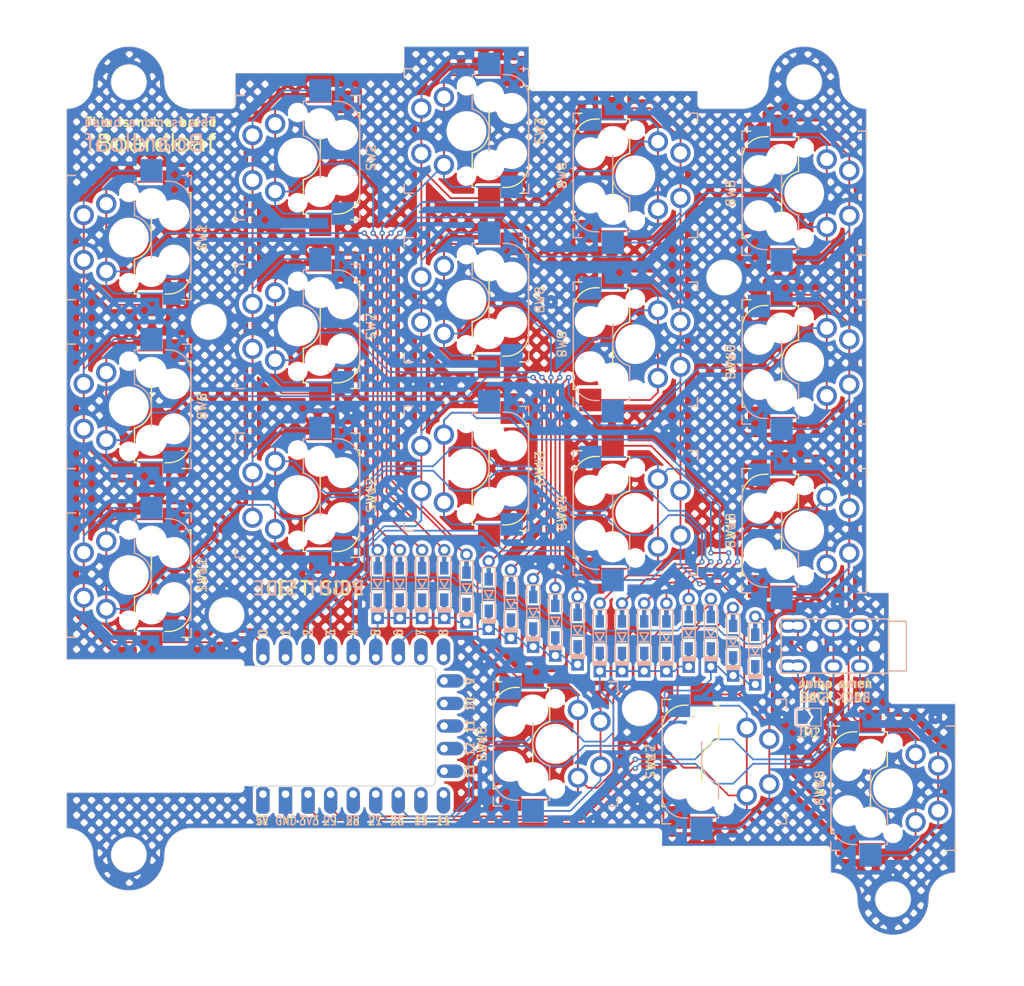
<source format=kicad_pcb>
(kicad_pcb (version 20241229) (generator "pcbnew") (generator_version "9.0")
  (layers (0 "F.Cu" signal) (2 "B.Cu" signal) (13 "F.Paste" user) (15 "B.Paste" user) (5 "F.SilkS" user "F.Silkscreen") (7 "B.SilkS" user "B.Silkscreen") (1 "F.Mask" user) (3 "B.Mask" user) (25 "Edge.Cuts" user))
  (net 0 "")
  (net 1 "ROW1")
  (net 2 "Net-(D1-A)")
  (net 3 "Net-(D2-A)")
  (net 4 "Net-(D3-A)")
  (net 5 "Net-(D4-A)")
  (net 6 "Net-(D5-A)")
  (net 7 "ROW2")
  (net 8 "Net-(D6-A)")
  (net 9 "Net-(D7-A)")
  (net 10 "Net-(D8-A)")
  (net 11 "Net-(D9-A)")
  (net 12 "Net-(D10-A)")
  (net 13 "ROW3")
  (net 14 "Net-(D11-A)")
  (net 15 "Net-(D12-A)")
  (net 16 "Net-(D13-A)")
  (net 17 "Net-(D14-A)")
  (net 18 "Net-(D15-A)")
  (net 19 "ROW4")
  (net 20 "Net-(D16-A)")
  (net 21 "Net-(D17-A)")
  (net 22 "Net-(D18-A)")
  (net 23 "GND")
  (net 24 "Net-(JP1-A)")
  (net 25 "COL1")
  (net 26 "COL2")
  (net 27 "COL3")
  (net 28 "COL4")
  (net 29 "COL5")
  (net 31 "VCC")
  (net 42 "SERIAL")
  (net 43 "Net-(JP2-A)")
  (footprint "boardloaf-CustomFoot:Kailh_socket_MX_optional_reversible-MIRROR" (layer "F.Cu") (at 122.5 127 90)
    (property "Reference" "SW16")
    (property "Value" "SW_Push")
  )
  (footprint "boardloaf-CustomFoot:Diode_TH_SMD_REVERSIBLE" (layer "F.Cu") (at 122.5 113.25 90)
    (property "Reference" "D9" (hide yes))
    (property "Value" "D" (hide yes))
  )
  (footprint "boardloaf-CustomFoot:Kailh_socket_MX_optional_reversible-MIRROR" (layer "F.Cu") (at 131.5 82 90)
    (property "Reference" "SW9")
    (property "Value" "SW_Push")
  )
  (footprint "boardloaf-CustomFoot:Diode_TH_SMD_REVERSIBLE" (layer "F.Cu") (at 117.5 111.25 90)
    (property "Reference" "D7" (hide yes))
    (property "Value" "D" (hide yes))
  )
  (footprint "boardloaf-CustomFoot:Diode_TH_SMD_REVERSIBLE" (layer "F.Cu") (at 135 115 90)
    (property "Reference" "D14" (hide yes))
    (property "Value" "D" (hide yes))
  )
  (footprint "boardloaf-CustomFoot:Diode_TH_SMD_REVERSIBLE" (layer "F.Cu") (at 102.5 109 90)
    (property "Reference" "D1" (hide yes))
    (property "Value" "D" (hide yes))
  )
  (footprint "boardloaf-CustomFoot:Diode_TH_SMD_REVERSIBLE" (layer "F.Cu") (at 142.5 115.5 90)
    (property "Reference" "D17" (hide yes))
    (property "Value" "D" (hide yes))
  )
  (footprint "boardloaf-CustomFoot:Diode_TH_SMD_REVERSIBLE" (layer "F.Cu") (at 120 112.25 90)
    (property "Reference" "D8" (hide yes))
    (property "Value" "D" (hide yes))
  )
  (footprint "boardloaf-CustomFoot:Kailh_socket_MX_optional_reversible-MIRROR" (layer "F.Cu") (at 150.5 103 90)
    (property "Reference" "SW15")
    (property "Value" "SW_Push")
  )
  (footprint "Jumper:SolderJumper-2_P1.3mm_Open_TrianglePad1.0x1.5mm" (layer "F.Cu") (at 151 124)
    (property "Reference" "JP2")
    (property "Value" "SolderJumper_2_Open")
  )
  (footprint "boardloaf-CustomFoot:Kailh_socket_MX_optional_reversible-MIRROR" (layer "F.Cu") (at 131.5 63 90)
    (property "Reference" "SW4")
    (property "Value" "SW_Push")
  )
  (footprint "boardloaf-CustomFoot:Diode_TH_SMD_REVERSIBLE" (layer "F.Cu") (at 130 115 90)
    (property "Reference" "D12" (hide yes))
    (property "Value" "D" (hide yes))
  )
  (footprint "boardloaf-CustomFoot:Diode_TH_SMD_REVERSIBLE" (layer "F.Cu") (at 107.5 109 90)
    (property "Reference" "D3" (hide yes))
    (property "Value" "D" (hide yes))
  )
  (footprint "boardloaf-CustomFoot:Diode_TH_SMD_REVERSIBLE" (layer "F.Cu") (at 132.5 115 90)
    (property "Reference" "D13" (hide yes))
    (property "Value" "D" (hide yes))
  )
  (footprint "boardloaf-CustomFoot:Kailh_socket_MX_optional_reversible-MIRROR" (layer "F.Cu") (at 74.5 89 -90)
    (property "Reference" "SW6")
    (property "Value" "SW_Push")
  )
  (footprint "boardloaf-CustomFoot:Diode_TH_SMD_REVERSIBLE" (layer "F.Cu") (at 115 110.25 90)
    (property "Reference" "D6" (hide yes))
    (property "Value" "D" (hide yes))
  )
  (footprint "boardloaf-CustomFoot:Diode_TH_SMD_REVERSIBLE" (layer "F.Cu") (at 127.5 115 90)
    (property "Reference" "D11" (hide yes))
    (property "Value" "D" (hide yes))
  )
  (footprint "boardloaf-CustomFoot:Diode_TH_SMD_REVERSIBLE" (layer "F.Cu") (at 140 114.5 90)
    (property "Reference" "D16" (hide yes))
    (property "Value" "D" (hide yes))
  )
  (footprint "boardloaf-CustomFoot:Diode_TH_SMD_REVERSIBLE" (layer "F.Cu") (at 105 109 90)
    (property "Reference" "D2" (hide yes))
    (property "Value" "D" (hide yes))
  )
  (footprint "boardloaf-CustomFoot:Diode_TH_SMD_REVERSIBLE" (layer "F.Cu") (at 145 116.5 90)
    (property "Reference" "D18" (hide yes))
    (property "Value" "D" (hide yes))
  )
  (footprint "boardloaf-CustomFoot:Kailh_socket_MX_optional_reversible-MIRROR" (layer "F.Cu") (at 150.5 65 90)
    (property "Reference" "SW5")
    (property "Value" "SW_Push")
  )
  (footprint "boardloaf-CustomFoot:Kailh_socket_MX_optional_reversible-MIRROR" (layer "F.Cu") (at 160.5 132 90)
    (property "Reference" "SW18")
    (property "Value" "SW_Push")
  )
  (footprint "boardloaf-CustomFoot:Kailh_socket_MX_optional_reversible-MIRROR" (layer "F.Cu") (at 74.500001 108 -90)
    (property "Reference" "SW11")
    (property "Value" "SW_Push")
  )
  (footprint "boardloaf-CustomFoot:RP2040-Zero-RESIZED" (layer "F.Cu") (at 99.75 125 90)
    (property "Reference" "U1" (hide yes))
    (property "Value" "RP2040-Zero" (hide yes))
    (fp_line (start -6.749999 -11.75) (end -6.750001 8.75) (stroke (width 0.1)) (layer "Edge.Cuts"))
    (fp_line (start 6.75 8.749999) (end 6.75 -11.750001) (stroke (width 0.1)) (layer "Edge.Cuts"))
    (fp_line (start -6.25 9.25) (end 6.25 9.25) (stroke (width 0.1)) (layer "Edge.Cuts"))
    (fp_arc (start 6.75 8.749999) (mid 6.603553 9.103554) (end 6.25 9.25) (stroke (width 0.1)) (layer "Edge.Cuts"))
    (fp_arc (start -6.25 9.25) (mid -6.603552 9.103552) (end -6.750001 8.75) (stroke (width 0.1)) (layer "Edge.Cuts"))
  )
  (footprint "boardloaf-CustomFoot:Kailh_socket_MX_optional_reversible-MIRROR" (layer "F.Cu") (at 131.5 101 90)
    (property "Reference" "SW14")
    (property "Value" "SW_Push")
  )
  (footprint "boardloaf-CustomFoot:Kailh_socket_MX_optional_reversible-MIRROR" (layer "F.Cu") (at 93.500004 61.000008 -90)
    (property "Reference" "SW2")
    (property "Value" "SW_Push")
  )
  (footprint "boardloaf-CustomFoot:Kailh_socket_MX_optional_reversible-MIRROR" (layer "F.Cu") (at 112.500004 96.000008 -90)
    (property "Reference" "SW13")
    (property "Value" "SW_Push")
  )
  (footprint "boardloaf-CustomFoot:Diode_TH_SMD_REVERSIBLE" (layer "F.Cu") (at 125 114.25 90)
    (property "Reference" "D10" (hide yes))
    (property "Value" "D" (hide yes))
  )
  (footprint "boardloaf-CustomFoot:Kailh_socket_MX_optional_reversible-MIRROR" (layer "F.Cu") (at 141.5 129 90)
    (property "Reference" "SW17")
    (property "Value" "SW_Push")
  )
  (footprint "boardloaf-CustomFoot:Kailh_socket_MX_optional_reversible-MIRROR" (layer "F.Cu") (at 93.500004 80.000008 -90)
    (property "Reference" "SW7")
    (property "Value" "SW_Push")
  )
  (footprint "boardloaf-CustomFoot:Kailh_socket_MX_optional_reversible-MIRROR" (layer "F.Cu") (at 93.500004 99.000008 -90)
    (property "Reference" "SW12")
    (property "Value" "SW_Push")
  )
  (footprint "boardloaf-CustomFoot:TRRS-PJ-320A_PIN" (layer "F.Cu") (at 160 116 -90)
    (property "Reference" "J1")
    (property "Value" "AudioJack4")
  )
  (footprint "boardloaf-CustomFoot:Kailh_socket_MX_optional_reversible-MIRROR" (layer "F.Cu") (at 112.500004 77.000008 -90)
    (property "Reference" "SW8")
    (property "Value" "SW_Push")
  )
  (footprint "boardloaf-CustomFoot:Diode_TH_SMD_REVERSIBLE" (layer "F.Cu") (at 112.5 109.5 90)
    (property "Reference" "D5" (hide yes))
    (property "Value" "D" (hide yes))
  )
  (footprint "boardloaf-CustomFoot:Diode_TH_SMD_REVERSIBLE" (layer "F.Cu") (at 137.5 114.5 90)
    (property "Reference" "D15" (hide yes))
    (property "Value" "D" (hide yes))
  )
  (footprint "boardloaf-CustomFoot:Diode_TH_SMD_REVERSIBLE" (layer "F.Cu") (at 110 109 90)
    (property "Reference" "D4" (hide yes))
    (property "Value" "D" (hide yes))
  )
  (footprint "boardloaf-CustomFoot:Kailh_socket_MX_optional_reversible-MIRROR" (layer "F.Cu") (at 74.499998 69.999999 -90)
    (property "Reference" "SW1")
    (property "Value" "SW_Push")
  )
  (footprint "boardloaf-CustomFoot:Kailh_socket_MX_optional_reversible-MIRROR" (layer "F.Cu") (at 112.500004 58.000008 -90)
    (property "Reference" "SW3")
    (property "Value" "SW_Push")
  )
  (footprint "boardloaf-CustomFoot:Kailh_socket_MX_optional_reversible-MIRROR" (layer "F.Cu") (at 150.5 84 90)
    (property "Reference" "SW10")
    (property "Value" "SW_Push")
  )
  (footprint "Jumper:SolderJumper-2_P1.3mm_Open_TrianglePad1.0x1.5mm" (layer "B.Cu") (at 151 124)
    (property "Reference" "JP1")
    (property "Value" "SolderJumper_2_Open")
  )
  (footprint "boardloaf-CustomFoot:TRRS-PJ-320A_PIN" (layer "B.Cu") (at 160 116 90)
    (property "Reference" "J2")
    (property "Value" "AudioJack4")
  )
  (gr_arc (start 78.500003 139.499998) (mid 79.378683 137.37868) (end 81.500004 136.5) (stroke (width 0.05)) (layer "Edge.Cuts"))
  (gr_line (start 167.5 141.5) (end 167.5 122.5) (stroke (width 0.05)) (layer "Edge.Cuts"))
  (gr_line (start 86.5 51.5) (end 86.5 55) (stroke (width 0.05)) (layer "Edge.Cuts"))
  (gr_line (start 160 122) (end 160 110) (stroke (width 0.05)) (layer "Edge.Cuts"))
  (gr_arc (start 153.5 141.5) (mid 155.62132 142.37868) (end 156.5 144.499998) (stroke (width 0.05)) (layer "Edge.Cuts"))
  (gr_line (start 167.5 122.5) (end 160.5 122.5) (stroke (width 0.05)) (layer "Edge.Cuts"))
  (gr_line (start 153.5 139) (end 153.5 141.5) (stroke (width 0.05)) (layer "Edge.Cuts"))
  (gr_arc (start 164.5 144.499998) (mid 165.37868 142.37868) (end 167.500001 141.5) (stroke (width 0.05)) (layer "Edge.Cuts"))
  (gr_arc (start 157.5 55.5) (mid 155.37868 54.62132) (end 154.5 52.5) (stroke (width 0.05)) (layer "Edge.Cuts"))
  (gr_line (start 87.5 131.749999) (end 88 131.75) (stroke (width 0.05)) (layer "Edge.Cuts"))
  (gr_line (start 87 132.5) (end 67.5 132.5) (stroke (width 0.05)) (layer "Edge.Cuts"))
  (gr_line (start 87 117.5) (end 67.5 117.5) (stroke (width 0.05)) (layer "Edge.Cuts"))
  (gr_line (start 67.5 55.5) (end 67.5 117.5) (stroke (width 0.05)) (layer "Edge.Cuts"))
  (gr_arc (start 164.5 144.499998) (mid 160.5 148.500001) (end 156.5 144.499998) (stroke (width 0.05)) (layer "Edge.Cuts"))
  (gr_arc (start 67.500003 136.5) (mid 69.621323 137.37868) (end 70.500003 139.499998) (stroke (width 0.05)) (layer "Edge.Cuts"))
  (gr_circle (center 150.5 52.5) (end 152.5 52.5) (stroke (width 0.05)) (fill no) (layer "Edge.Cuts"))
  (gr_arc (start 139 55.5) (mid 138.646447 55.353553) (end 138.5 55) (stroke (width 0.05)) (layer "Edge.Cuts"))
  (gr_arc (start 87 117.5) (mid 87.353553 117.646447) (end 87.5 118) (stroke (width 0.05)) (layer "Edge.Cuts"))
  (gr_arc (start 70.5 52.5) (mid 74.5 48.5) (end 78.5 52.5) (stroke (width 0.05)) (layer "Edge.Cuts"))
  (gr_line (start 119.5 48.5) (end 105.5 48.5) (stroke (width 0.05)) (layer "Edge.Cuts"))
  (gr_arc (start 70.5 52.5) (mid 69.62132 54.62132) (end 67.5 55.5) (stroke (width 0.05)) (layer "Edge.Cuts"))
  (gr_line (start 87.5 118.25) (end 88 118.25) (stroke (width 0.05)) (layer "Edge.Cuts"))
  (gr_line (start 67.5 132.5) (end 67.5 136.5) (stroke (width 0.05)) (layer "Edge.Cuts"))
  (gr_line (start 87.5 118.25) (end 87.5 118) (stroke (width 0.05)) (layer "Edge.Cuts"))
  (gr_line (start 86 55.5) (end 81.5 55.5) (stroke (width 0.05)) (layer "Edge.Cuts"))
  (gr_arc (start 78.500003 139.499998) (mid 74.500003 143.500001) (end 70.500003 139.499998) (stroke (width 0.05)) (layer "Edge.Cuts"))
  (gr_line (start 105.5 48.5) (end 105.5 51) (stroke (width 0.05)) (layer "Edge.Cuts"))
  (gr_circle (center 85.5 112.5) (end 83.5 112.5) (stroke (width 0.05)) (fill no) (layer "Edge.Cuts"))
  (gr_line (start 119.5 53) (end 119.5 48.5) (stroke (width 0.05)) (layer "Edge.Cuts"))
  (gr_line (start 134.5 138.5) (end 153 138.5) (stroke (width 0.05)) (layer "Edge.Cuts"))
  (gr_arc (start 87.5 132) (mid 87.353553 132.353553) (end 87 132.5) (stroke (width 0.05)) (layer "Edge.Cuts"))
  (gr_arc (start 146.5 52.5) (mid 150.5 48.5) (end 154.5 52.5) (stroke (width 0.05)) (layer "Edge.Cuts"))
  (gr_circle (center 160.5 144.5) (end 158.5 144.5) (stroke (width 0.05)) (fill no) (layer "Edge.Cuts"))
  (gr_arc (start 153 138.5) (mid 153.353553 138.646447) (end 153.5 139) (stroke (width 0.05)) (layer "Edge.Cuts"))
  (gr_arc (start 120 53.5) (mid 119.646447 53.353553) (end 119.5 53) (stroke (width 0.05)) (layer "Edge.Cuts"))
  (gr_arc (start 81.5 55.5) (mid 79.37868 54.62132) (end 78.5 52.5) (stroke (width 0.05)) (layer "Edge.Cuts"))
  (gr_line (start 138.5 53.5) (end 120 53.5) (stroke (width 0.05)) (layer "Edge.Cuts"))
  (gr_arc (start 134 136.5) (mid 134.353553 136.646447) (end 134.5 137) (stroke (width 0.05)) (layer "Edge.Cuts"))
  (gr_arc (start 160.5 122.5) (mid 160.146447 122.353553) (end 160 122) (stroke (width 0.05)) (layer "Edge.Cuts"))
  (gr_circle (center 141.5 74.5) (end 139.5 74.5) (stroke (width 0.05)) (fill no) (layer "Edge.Cuts"))
  (gr_line (start 134.5 137) (end 134.5 138.5) (stroke (width 0.05)) (layer "Edge.Cuts"))
  (gr_circle (center 83.5 79.5) (end 81.5 79.5) (stroke (width 0.05)) (fill no) (layer "Edge.Cuts"))
  (gr_line (start 138.5 55) (end 138.5 53.5) (stroke (width 0.05)) (layer "Edge.Cuts"))
  (gr_line (start 160 110) (end 158 110) (stroke (width 0.05)) (layer "Edge.Cuts"))
  (gr_arc (start 105.5 51) (mid 105.353553 51.353553) (end 105 51.5) (stroke (width 0.05)) (layer "Edge.Cuts"))
  (gr_arc (start 158 110) (mid 157.646447 109.853553) (end 157.5 109.5) (stroke (width 0.05)) (layer "Edge.Cuts"))
  (gr_line (start 143.5 55.5) (end 139 55.5) (stroke (width 0.05)) (layer "Edge.Cuts"))
  (gr_circle (center 132 123) (end 130 123) (stroke (width 0.05)) (fill no) (layer "Edge.Cuts"))
  (gr_line (start 87.5 131.749999) (end 87.5 132) (stroke (width 0.05)) (layer "Edge.Cuts"))
  (gr_arc (start 86.5 55) (mid 86.353553 55.353553) (end 86 55.5) (stroke (width 0.05)) (layer "Edge.Cuts"))
  (gr_line (start 105 51.5) (end 86.5 51.5) (stroke (width 0.05)) (layer "Edge.Cuts"))
  (gr_circle (center 74.5 52.5) (end 76.5 52.5) (stroke (width 0.05)) (fill no) (layer "Edge.Cuts"))
  (gr_line (start 157.5 109.5) (end 157.5 55.5) (stroke (width 0.05)) (layer "Edge.Cuts"))
  (gr_line (start 81.500004 136.5) (end 134 136.5) (stroke (width 0.05)) (layer "Edge.Cuts"))
  (gr_circle (center 74.500003 139.5) (end 72.500003 139.5) (stroke (width 0.05)) (fill no) (layer "Edge.Cuts"))
  (gr_arc (start 146.5 52.5) (mid 145.62132 54.62132) (end 143.5 55.5) (stroke (width 0.05)) (layer "Edge.Cuts"))
  (gr_text "LEFT SIDE" (at 101.2 109.5 0) (layer "F.SilkS") (effects (font (size 1.5 1.5) (thickness 0.25) (bold yes)) (justify right)))
  (gr_text "This is not a bread" (at 84.5 57 0) (layer "F.SilkS") (effects (font (size 1 1) (thickness 0.2) (bold yes)) (justify right)))
  (gr_text "Boardloaf" (at 84.25 59.5 0) (layer "F.SilkS") (effects (font (size 2 2) (thickness 0.1)) (justify right)))
  (gr_text "Jump when\nBACK SIDE" (at 154 121 0) (layer "F.SilkS") (effects (font (size 1 1) (thickness 0.2) (bold yes))))
  (gr_text "This is not a bread" (at 69.338092 57 -0) (layer "B.SilkS") (effects (font (size 1 1) (thickness 0.2) (bold yes)) (justify right mirror)))
  (gr_text "Jump when\nBACK SIDE" (at 154 121 -0) (layer "B.SilkS") (effects (font (size 1 1) (thickness 0.2) (bold yes)) (justify mirror)))
  (gr_text "RIGHT SIDE" (at 101.2 109.5 0) (layer "B.SilkS") (effects (font (size 1.5 1.5) (thickness 0.25) (bold yes)) (justify left mirror)))
  (gr_text "Boardloaf" (at 69.588092 59.5 -0) (layer "B.SilkS") (effects (font (size 2 2) (thickness 0.1)) (justify right mirror)))
  (segment (start 110 112.809999) (end 107.5 112.809999) (width 0.2) (layer "B.Cu") (net 1))
  (segment (start 102.5 112.809999) (end 102.5 114.25) (width 0.2) (layer "B.Cu") (net 1))
  (segment (start 105 112.809999) (end 102.5 112.809999) (width 0.2) (layer "B.Cu") (net 1))
  (segment (start 111.559999 113.309999) (end 111.059999 112.809999) (width 0.2) (layer "B.Cu") (net 1))
  (segment (start 102.25 114.5) (end 102.25 117.290001) (width 0.2) (layer "B.Cu") (net 1))
  (segment (start 107.5 112.809999) (end 105 112.809999) (width 0.2) (layer "B.Cu") (net 1))
  (segment (start 102.25 117.290001) (end 102.29 117.330001) (width 0.2) (layer "B.Cu") (net 1))
  (segment (start 102.5 114.25) (end 102.25 114.5) (width 0.2) (layer "B.Cu") (net 1))
  (segment (start 111.059999 112.809999) (end 110 112.809999) (width 0.2) (layer "B.Cu") (net 1))
  (segment (start 112.5 113.309999) (end 111.559999 113.309999) (width 0.2) (layer "B.Cu") (net 1))
  (segment (start 102 70.5) (end 102 104.690001) (width 0.2) (layer "F.Cu") (net 2))
  (segment (start 72.823551 63.71) (end 71.959998 64.573553) (width 0.2) (layer "F.Cu") (net 2))
  (segment (start 101 69.5) (end 102 70.5) (width 0.2) (layer "F.Cu") (net 2))
  (segment (start 79.579997 63.71) (end 72.823551 63.71) (width 0.2) (layer "F.Cu") (net 2))
  (segment (start 102 104.690001) (end 102.5 105.190001) (width 0.2) (layer "F.Cu") (net 2))
  (segment (start 71.959998 66.189999) (end 71.959998 73.809999) (width 0.2) (layer "F.Cu") (net 2))
  (segment (start 71.959998 64.573553) (end 71.959998 66.189999) (width 0.2) (layer "F.Cu") (net 2))
  (via (at 101 69.5) (size 0.6) (drill 0.3) (layers "F.Cu" "B.Cu") (net 2))
  (segment (start 71.959998 73.809999) (end 74.422289 73.809999) (width 0.2) (layer "B.Cu") (net 2))
  (segment (start 79.579998 76.289999) (end 72.823552 76.289999) (width 0.2) (layer "B.Cu") (net 2))
  (segment (start 74.422289 73.809999) (end 78.732288 69.5) (width 0.2) (layer "B.Cu") (net 2))
  (segment (start 78.732288 69.5) (end 101 69.5) (width 0.2) (layer "B.Cu") (net 2))
  (segment (start 72.823552 76.289999) (end 71.959998 75.426445) (width 0.2) (layer "B.Cu") (net 2))
  (segment (start 71.959998 75.426445) (end 71.959998 73.809999) (width 0.2) (layer "B.Cu") (net 2))
  (segment (start 91.823557 54.710009) (end 90.960004 55.573562) (width 0.2) (layer "F.Cu") (net 3))
  (segment (start 90.960004 57.190008) (end 90.960004 64.810008) (width 0.2) (layer "F.Cu") (net 3))
  (segment (start 102.5 102.690001) (end 105 105.190001) (width 0.2) (layer "F.Cu") (net 3))
  (segment (start 102 69.5) (end 102.5 70) (width 0.2) (layer "F.Cu") (net 3))
  (segment (start 102.5 70) (end 102.5 102.690001) (width 0.2) (layer "F.Cu") (net 3))
  (segment (start 90.960004 55.573562) (end 90.960004 57.190008) (width 0.2) (layer "F.Cu") (net 3))
  (segment (start 98.580003 54.710009) (end 91.823557 54.710009) (width 0.2) (layer "F.Cu") (net 3))
  (via (at 102 69.5) (size 0.6) (drill 0.3) (layers "F.Cu" "B.Cu") (net 3))
  (segment (start 98.580004 67.290008) (end 91.88 67.290008) (width 0.2) (layer "B.Cu") (net 3))
  (segment (start 101.25 63.592296) (end 101.25 63.75) (width 0.2) (layer "B.Cu") (net 3))
  (segment (start 96.127191 61.68901) (end 99.346714 61.68901) (width 0.2) (layer "B.Cu") (net 3))
  (segment (start 90.960004 66.370012) (end 90.960004 64.810008) (width 0.2) (layer "B.Cu") (net 3))
  (segment (start 90.960004 64.810008) (end 93.006193 64.810008) (width 0.2) (layer "B.Cu") (net 3))
  (segment (start 93.006193 64.810008) (end 96.127191 61.68901) (width 0.2) (layer "B.Cu") (net 3))
  (segment (start 99.346714 61.68901) (end 101.25 63.592296) (width 0.2) (layer "B.Cu") (net 3))
  (segment (start 102 64.5) (end 102 69.5) (width 0.2) (layer "B.Cu") (net 3))
  (segment (start 101.25 63.75) (end 102 64.5) (width 0.2) (layer "B.Cu") (net 3))
  (segment (start 91.88 67.290008) (end 90.960004 66.370012) (width 0.2) (layer "B.Cu") (net 3))
  (segment (start 109.960004 54.190008) (end 109.960004 61.810008) (width 0.2) (layer "F.Cu") (net 4))
  (segment (start 117.580003 51.710009) (end 110.789991 51.710009) (width 0.2) (layer "F.Cu") (net 4))
  (segment (start 110.789991 51.710009) (end 109.960004 52.539996) (width 0.2) (layer "F.Cu") (net 4))
  (segment (start 103 100.690001) (end 107.5 105.190001) (width 0.2) (layer "F.Cu") (net 4))
  (segment (start 109.960004 52.539996) (end 109.960004 54.190008) (width 0.2) (layer "F.Cu") (net 4))
  (segment (start 103 69.5) (end 103 100.690001) (width 0.2) (layer "F.Cu") (net 4))
  (via (at 103 69.5) (size 0.6) (drill 0.3) (layers "F.Cu" "B.Cu") (net 4))
  (segment (start 110.823558 64.290008) (end 109.960004 63.426454) (width 0.2) (layer "B.Cu") (net 4))
  (segment (start 103 68.770012) (end 109.960004 61.810008) (width 0.2) (layer "B.Cu") (net 4))
  (segment (start 117.580004 64.290008) (end 110.823558 64.290008) (width 0.2) (layer "B.Cu") (net 4))
  (segment (start 103 69.5) (end 103 68.770012) (width 0.2) (layer "B.Cu") (net 4))
  (segment (start 109.960004 63.426454) (end 109.960004 61.810008) (width 0.2) (layer "B.Cu") (net 4))
  (segment (start 103.5 98.690001) (end 110 105.190001) (width 0.2) (layer "F.Cu") (net 5))
  (segment (start 133.176447 69.289999) (end 134.04 68.426446) (width 0.2) (layer "F.Cu") (net 5))
  (segment (start 104 69.5) (end 103.5 70) (width 0.2) (layer "F.Cu") (net 5))
  (segment (start 103.5 70) (end 103.5 98.690001) (width 0.2) (layer "F.Cu") (net 5))
  (segment (start 134.04 59.19) (end 134.04 66.81) (width 0.2) (layer "F.Cu") (net 5))
  (segment (start 126.420001 69.289999) (end 133.176447 69.289999) (width 0.2) (layer "F.Cu") (net 5))
  (segment (start 134.04 68.426446) (end 134.04 66.81) (width 0.2) (layer "F.Cu") (net 5))
  (via (at 104 69.5) (size 0.6) (drill 0.3) (layers "F.Cu" "B.Cu") (net 5))
  (segment (start 107.5 66) (end 121.25 66) (width 0.2) (layer "B.Cu") (net 5))
  (segment (start 104 69.5) (end 107.5 66) (width 0.2) (layer "B.Cu") (net 5))
  (segment (start 124.75 62.5) (end 128.683811 62.5) (width 0.2) (layer "B.Cu") (net 5))
  (segment (start 121.25 66) (end 124.75 62.5) (width 0.2) (layer "B.Cu") (net 5))
  (segment (start 126.42 56.71) (end 133.176446 56.71) (width 0.2) (layer "B.Cu") (net 5))
  (segment (start 128.683811 62.5) (end 131.993811 59.19) (width 0.2) (layer "B.Cu") (net 5))
  (segment (start 131.993811 59.19) (end 134.04 59.19) (width 0.2) (layer "B.Cu") (net 5))
  (segment (start 134.04 57.573554) (end 134.04 59.19) (width 0.2) (layer "B.Cu") (net 5))
  (segment (start 133.176446 56.71) (end 134.04 57.573554) (width 0.2) (layer "B.Cu") (net 5))
  (segment (start 104 97.3171) (end 112.372901 105.690001) (width 0.2) (layer "F.Cu") (net 6))
  (segment (start 153.04 61.19) (end 153.04 68.81) (width 0.2) (layer "F.Cu") (net 6))
  (segment (start 112.372901 105.690001) (end 112.5 105.690001) (width 0.2) (layer "F.Cu") (net 6))
  (segment (start 153.04 70.426446) (end 153.04 68.81) (width 0.2) (layer "F.Cu") (net 6))
  (segment (start 145.420001 71.289999) (end 152.176447 71.289999) (width 0.2) (layer "F.Cu") (net 6))
  (segment (start 152.176447 71.289999) (end 153.04 70.426446) (width 0.2) (layer "F.Cu") (net 6))
  (segment (start 104 70.5) (end 104 97.3171) (width 0.2) (layer "F.Cu") (net 6))
  (segment (start 105 69.5) (end 104 70.5) (width 0.2) (layer "F.Cu") (net 6))
  (via (at 105 69.5) (size 0.6) (drill 0.3) (layers "F.Cu" "B.Cu") (net 6))
  (segment (start 145.42 58.71) (end 152.176446 58.71) (width 0.2) (layer "B.Cu") (net 6))
  (segment (start 106.75 67.75) (end 105 69.5) (width 0.2) (layer "B.Cu") (net 6))
  (segment (start 120.862997 72.136) (end 116.476997 67.75) (width 0.2) (layer "B.Cu") (net 6))
  (segment (start 153.04 68.81) (end 150.929743 68.81) (width 0.2) (layer "B.Cu") (net 6))
  (segment (start 139.361672 64.941877) (end 132.167549 72.136) (width 0.2) (layer "B.Cu") (net 6))
  (segment (start 152.176446 58.71) (end 153.04 59.573554) (width 0.2) (layer "B.Cu") (net 6))
  (segment (start 150.929743 68.81) (end 147.06162 64.941877) (width 0.2) (layer "B.Cu") (net 6))
  (segment (start 132.167549 72.136) (end 120.862997 72.136) (width 0.2) (layer "B.Cu") (net 6))
  (segment (start 147.06162 64.941877) (end 139.361672 64.941877) (width 0.2) (layer "B.Cu") (net 6))
  (segment (start 116.476997 67.75) (end 106.75 67.75) (width 0.2) (layer "B.Cu") (net 6))
  (segment (start 153.04 59.573554) (end 153.04 61.19) (width 0.2) (layer "B.Cu") (net 6))
  (segment (start 116.809999 115.059999) (end 115.809999 114.059999) (width 0.2) (layer "B.Cu") (net 7))
  (segment (start 104.83 115.805425) (end 106.325426 114.309999) (width 0.2) (layer "B.Cu") (net 7))
  (segment (start 117.5 115.059999) (end 118.309999 115.059999) (width 0.2) (layer "B.Cu") (net 7))
  (segment (start 113.940001 114.059999) (end 115 114.059999) (width 0.2) (layer "B.Cu") (net 7))
  (segment (start 123.309999 117.059999) (end 124.309999 118.059999) (width 0.2) (layer "B.Cu") (net 7))
  (segment (start 113.690001 114.309999) (end 113.940001 114.059999) (width 0.2) (layer "B.Cu") (net 7))
  (segment (start 124.309999 118.059999) (end 125 118.059999) (width 0.2) (layer "B.Cu") (net 7))
  (segment (start 121.809999 117.059999) (end 122.5 117.059999) (width 0.2) (layer "B.Cu") (net 7))
  (segment (start 106.325426 114.309999) (end 113.690001 114.309999) (width 0.2) (layer "B.Cu") (net 7))
  (segment (start 122.5 117.059999) (end 123.309999 117.059999) (width 0.2) (layer "B.Cu") (net 7))
  (segment (start 119.309999 116.059999) (end 120 116.059999) (width 0.2) (layer "B.Cu") (net 7))
  (segment (start 117.5 115.059999) (end 116.809999 115.059999) (width 0.2) (layer "B.Cu") (net 7))
  (segment (start 118.309999 115.059999) (end 119.309999 116.059999) (width 0.2) (layer "B.Cu") (net 7))
  (segment (start 120 116.059999) (end 120.809999 116.059999) (width 0.2) (layer "B.Cu") (net 7))
  (segment (start 104.83 117.33) (end 104.83 115.805425) (width 0.2) (layer "B.Cu") (net 7))
  (segment (start 120.809999 116.059999) (end 121.809999 117.059999) (width 0.2) (layer "B.Cu") (net 7))
  (segment (start 115.809999 114.059999) (end 115 114.059999) (width 0.2) (layer "B.Cu") (net 7))
  (segment (start 71.96 83.573554) (end 71.96 85.19) (width 0.2) (layer "F.Cu") (net 8))
  (segment (start 121 100.72) (end 115.029999 106.690001) (width 0.2) (layer "F.Cu") (net 8))
  (segment (start 79.579999 82.710001) (end 72.823553 82.710001) (width 0.2) (layer "F.Cu") (net 8))
  (segment (start 71.96 85.19) (end 71.96 92.81) (width 0.2) (layer "F.Cu") (net 8))
  (segment (start 120 85.75) (end 121 86.75) (width 0.2) (layer "F.Cu") (net 8))
  (segment (start 115.029999 106.690001) (end 115 106.690001) (width 0.2) (layer "F.Cu") (net 8))
  (segment (start 72.823553 82.710001) (end 71.96 83.573554) (width 0.2) (layer "F.Cu") (net 8))
  (segment (start 121 86.75) (end 121 100.72) (width 0.2) (layer "F.Cu") (net 8))
  (via (at 120 85.75) (size 0.6) (drill 0.3) (layers "F.Cu" "B.Cu") (net 8))
  (segment (start 79.5 89.689002) (end 77.127187 89.689002) (width 0.2) (layer "B.Cu") (net 8))
  (segment (start 79.58 95.29) (end 72.823554 95.29) (width 0.2) (layer "B.Cu") (net 8))
  (segment (start 74.006189 92.81) (end 71.96 92.81) (width 0.2) (layer "B.Cu") (net 8))
  (segment (start 114.75 85.75) (end 112.633992 87.866008) (width 0.2) (layer "B.Cu") (net 8))
  (segment (start 81.322994 87.866008) (end 79.5 89.689002) (width 0.2) (layer "B.Cu") (net 8))
  (segment (start 71.96 94.426446) (end 71.96 92.81) (width 0.2) (layer "B.Cu") (net 8))
  (segment (start 72.823554 95.29) (end 71.96 94.426446) (width 0.2) (layer "B.Cu") (net 8))
  (segment (start 77.127187 89.689002) (end 74.006189 92.81) (width 0.2) (layer "B.Cu") (net 8))
  (segment (start 120 85.75) (end 114.75 85.75) (width 0.2) (layer "B.Cu") (net 8))
  (segment (start 112.633992 87.866008) (end 81.322994 87.866008) (width 0.2) (layer "B.Cu") (net 8))
  (segment (start 90.960004 74.789996) (end 90.960004 76.190008) (width 0.2) (layer "F.Cu") (net 9))
  (segment (start 92.039991 73.710009) (end 90.960004 74.789996) (width 0.2) (layer "F.Cu") (net 9))
  (segment (start 121.5 103.440001) (end 117.5 107.440001) (width 0.2) (layer "F.Cu") (net 9))
  (segment (start 121.5 86.25) (end 121.5 103.440001) (width 0.2) (layer "F.Cu") (net 9))
  (segment (start 98.580003 73.710009) (end 92.039991 73.710009) (width 0.2) (layer "F.Cu") (net 9))
  (segment (start 90.960004 76.190008) (end 90.960004 83.810008) (width 0.2) (layer "F.Cu") (net 9))
  (segment (start 121 85.75) (end 121.5 86.25) (width 0.2) (layer "F.Cu") (net 9))
  (via (at 121 85.75) (size 0.6) (drill 0.3) (layers "F.Cu" "B.Cu") (net 9))
  (segment (start 99.346714 80.68901) (end 96.191259 80.68901) (width 0.2) (layer "B.Cu") (net 9))
  (segment (start 98.580004 86.290008) (end 91.823558 86.290008) (width 0.2) (layer "B.Cu") (net 9))
  (segment (start 120.399 85.149) (end 103.806704 85.149) (width 0.2) (layer "B.Cu") (net 9))
  (segment (start 121 85.75) (end 120.399 85.149) (width 0.2) (layer "B.Cu") (net 9))
  (segment (start 91.823558 86.290008) (end 90.960004 85.426454) (width 0.2) (layer "B.Cu") (net 9))
  (segment (start 96.191259 80.68901) (end 93.070261 83.810008) (width 0.2) (layer "B.Cu") (net 9))
  (segment (start 93.070261 83.810008) (end 90.960004 83.810008) (width 0.2) (layer "B.Cu") (net 9))
  (segment (start 103.806704 85.149) (end 99.346714 80.68901) (width 0.2) (layer "B.Cu") (net 9))
  (segment (start 90.960004 85.426454) (end 90.960004 83.810008) (width 0.2) (layer "B.Cu") (net 9))
  (segment (start 122 106.375) (end 120 108.375) (width 0.2) (layer "F.Cu") (net 10))
  (segment (start 110.823557 70.710009) (end 109.960004 71.573562) (width 0.2) (layer "F.Cu") (net 10))
  (segment (start 109.960004 73.190008) (end 109.960004 80.810008) (width 0.2) (layer "F.Cu") (net 10))
  (segment (start 117.580003 70.710009) (end 110.823557 70.710009) (width 0.2) (layer "F.Cu") (net 10))
  (segment (start 109.960004 71.573562) (end 109.960004 73.190008) (width 0.2) (layer "F.Cu") (net 10))
  (segment (start 122 85.75) (end 122 106.375) (width 0.2) (layer "F.Cu") (net 10))
  (via (at 122 85.75) (size 0.6) (drill 0.3) (layers "F.Cu" "B.Cu") (net 10))
  (segment (start 122 85.75) (end 122 81.342296) (width 0.2) (layer "B.Cu") (net 10))
  (segment (start 110.823558 83.290008) (end 109.960004 82.426454) (width 0.2) (layer "B.Cu") (net 10))
  (segment (start 122 81.342296) (end 118.346714 77.68901) (width 0.2) (layer "B.Cu") (net 10))
  (segment (start 115.127191 77.68901) (end 112.006193 80.810008) (width 0.2) (layer "B.Cu") (net 10))
  (segment (start 117.580004 83.290008) (end 110.823558 83.290008) (width 0.2) (layer "B.Cu") (net 10))
  (segment (start 112.006193 80.810008) (end 109.960004 80.810008) (width 0.2) (layer "B.Cu") (net 10))
  (segment (start 109.960004 82.426454) (end 109.960004 80.810008) (width 0.2) (layer "B.Cu") (net 10))
  (segment (start 118.346714 77.68901) (end 115.127191 77.68901) (width 0.2) (layer "B.Cu") (net 10))
  (segment (start 134.04 87.426446) (end 134.04 85.81) (width 0.2) (layer "F.Cu") (net 11))
  (segment (start 133.176447 88.289999) (end 134.04 87.426446) (width 0.2) (layer "F.Cu") (net 11))
  (segment (start 126.420001 88.289999) (end 133.176447 88.289999) (width 0.2) (layer "F.Cu") (net 11))
  (segment (start 122.5 86.25) (end 122.5 109.690001) (width 0.2) (layer "F.Cu") (net 11))
  (segment (start 134.04 78.19) (end 134.04 85.81) (width 0.2) (layer "F.Cu") (net 11))
  (segment (start 123 85.75) (end 122.5 86.25) (width 0.2) (layer "F.Cu") (net 11))
  (via (at 123 85.75) (size 0.6) (drill 0.3) (layers "F.Cu" "B.Cu") (net 11))
  (segment (start 128.689002 81.310998) (end 126.939002 81.310998) (width 0.2) (layer "B.Cu") (net 11))
  (segment (start 126.42 75.71) (end 133.176446 75.71) (width 0.2) (layer "B.Cu") (net 11))
  (segment (start 123 85.25) (end 123 85.75) (width 0.2) (layer "B.Cu") (net 11))
  (segment (start 131.81 78.19) (end 128.689002 81.310998) (width 0.2) (layer "B.Cu") (net 11))
  (segment (start 134.04 76.573554) (end 134.04 78.19) (width 0.2) (layer "B.Cu") (net 11))
  (segment (start 126.939002 81.310998) (end 123 85.25) (width 0.2) (layer "B.Cu") (net 11))
  (segment (start 134.04 78.19) (end 131.81 78.19) (width 0.2) (layer "B.Cu") (net 11))
  (segment (start 133.176446 75.71) (end 134.04 76.573554) (width 0.2) (layer "B.Cu") (net 11))
  (segment (start 153.04 89.426446) (end 153.04 87.81) (width 0.2) (layer "F.Cu") (net 12))
  (segment (start 125 109.5) (end 125 110.690001) (width 0.2) (layer "F.Cu") (net 12))
  (segment (start 123 86.75) (end 123 107.5) (width 0.2) (layer "F.Cu") (net 12))
  (segment (start 124 85.75) (end 123 86.75) (width 0.2) (layer "F.Cu") (net 12))
  (segment (start 145.420001 90.289999) (end 152.176447 90.289999) (width 0.2) (layer "F.Cu") (net 12))
  (segment (start 152.176447 90.289999) (end 153.04 89.426446) (width 0.2) (layer "F.Cu") (net 12))
  (segment (start 153.04 80.19) (end 153.04 87.81) (width 0.2) (layer "F.Cu") (net 12))
  (segment (start 123 107.5) (end 125 109.5) (width 0.2) (layer "F.Cu") (net 12))
  (via (at 124 85.75) (size 0.6) (drill 0.3) (layers "F.Cu" "B.Cu") (net 12))
  (segment (start 132.167549 91.136) (end 127.408999 91.136) (width 0.2) (layer "B.Cu") (net 12))
  (segment (start 145.42 77.71) (end 152.176446 77.71) (width 0.2) (layer "B.Cu") (net 12))
  (segment (start 153.04 78.573554) (end 153.04 80.19) (width 0.2) (layer "B.Cu") (net 12))
  (segment (start 138.614549 84.689) (end 132.167549 91.136) (width 0.2) (layer "B.Cu") (net 12))
  (segment (start 124 87.727001) (end 124 85.75) (width 0.2) (layer "B.Cu") (net 12))
  (segment (start 146.078709 84.689) (end 138.614549 84.689) (width 0.2) (layer "B.Cu") (net 12))
  (segment (start 150.577709 80.19) (end 146.078709 84.689) (width 0.2) (layer "B.Cu") (net 12))
  (segment (start 152.176446 77.71) (end 153.04 78.573554) (width 0.2) (layer "B.Cu") (net 12))
  (segment (start 127.408999 91.136) (end 124 87.727001) (width 0.2) (layer "B.Cu") (net 12))
  (segment (start 153.04 80.19) (end 150.577709 80.19) (width 0.2) (layer "B.Cu") (net 12))
  (segment (start 129.023998 122.523998) (end 127.5 121) (width 0.2) (layer "B.Cu") (net 13))
  (segment (start 104.83 134.08) (end 105.921 135.171) (width 0.2) (layer "B.Cu") (net 13))
  (segment (start 135 118.809999) (end 135.940001 118.809999) (width 0.2) (layer "B.Cu") (net 13))
  (segment (start 119.25 126.75) (end 121.5 124.5) (width 0.2) (layer "B.Cu") (net 13))
  (segment (start 123.5 124.5) (end 125.75 126.75) (width 0.2) (layer "B.Cu") (net 13))
  (segment (start 114.75 126.75) (end 119.25 126.75) (width 0.2) (layer "B.Cu") (net 13))
  (segment (start 135.940001 118.809999) (end 136.440001 118.309999) (width 0.2) (layer "B.Cu") (net 13))
  (segment (start 136.440001 118.309999) (end 137.5 118.309999) (width 0.2) (layer "B.Cu") (net 13))
  (segment (start 112.75 133.125711) (end 112.75 128.75) (width 0.2) (layer "B.Cu") (net 13))
  (segment (start 128 126.75) (end 129.023998 125.726002) (width 0.2) (layer "B.Cu") (net 13))
  (segment (start 112.75 128.75) (end 114.75 126.75) (width 0.2) (layer "B.Cu") (net 13))
  (segment (start 104.83 132.67) (end 104.83 134.08) (width 0.2) (layer "B.Cu") (net 13))
  (segment (start 127.5 118.809999) (end 135 118.809999) (width 0.2) (layer "B.Cu") (net 13))
  (segment (start 125.75 126.75) (end 128 126.75) (width 0.2) (layer "B.Cu") (net 13))
  (segment (start 105.921 135.171) (end 110.704711 135.171) (width 0.2) (layer "B.Cu") (net 13))
  (segment (start 121.5 124.5) (end 123.5 124.5) (width 0.2) (layer "B.Cu") (net 13))
  (segment (start 110.704711 135.171) (end 112.75 133.125711) (width 0.2) (layer "B.Cu") (net 13))
  (segment (start 129.023998 125.726002) (end 129.023998 122.523998) (width 0.2) (layer "B.Cu") (net 13))
  (segment (start 127.5 121) (end 127.5 118.809999) (width 0.2) (layer "B.Cu") (net 13))
  (segment (start 139 106.5) (end 138.705 106.795) (width 0.2) (layer "F.Cu") (net 14))
  (segment (start 79.58 101.710001) (end 72.823554 101.710001) (width 0.2) (layer "F.Cu") (net 14))
  (segment (start 134.703 108.047) (end 130.643001 108.047) (width 0.2) (layer "F.Cu") (net 14))
  (segment (start 71.960001 104.19) (end 71.960001 111.81) (width 0.2) (layer "F.Cu") (net 14))
  (segment (start 72.823554 101.710001) (end 71.960001 102.573554) (width 0.2) (layer "F.Cu") (net 14))
  (segment (start 71.960001 102.573554) (end 71.960001 104.19) (width 0.2) (layer "F.Cu") (net 14))
  (segment (start 135.955 106.795) (end 134.703 108.047) (width 0.2) (layer "F.Cu") (net 14))
  (segment (start 130.643001 108.047) (end 127.5 111.190001) (width 0.2) (layer "F.Cu") (net 14))
  (segment (start 138.705 106.795) (end 135.955 106.795) (width 0.2) (layer "F.Cu") (net 14))
  (via (at 139 106.5) (size 0.6) (drill 0.3) (layers "F.Cu" "B.Cu") (net 14))
  (segment (start 71.960001 113.426446) (end 71.960001 111.81) (width 0.2) (layer "B.Cu") (net 14))
  (segment (start 128.017709 101.25) (end 130.267709 103.5) (width 0.2) (layer "B.Cu") (net 14))
  (segment (start 80.846708 107.310998) (end 84.5 103.657706) (width 0.2) (layer "B.Cu") (net 14))
  (segment (start 130.267709 103.5) (end 133 103.5) (width 0.2) (layer "B.Cu") (net 14))
  (segment (start 100.25 99.25) (end 103.25 96.25) (width 0.2) (layer "B.Cu") (net 14))
  (segment (start 72.823555 114.29) (end 71.960001 113.426446) (width 0.2) (layer "B.Cu") (net 14))
  (segment (start 84.5 103.657706) (end 84.5 102.5) (width 0.2) (layer "B.Cu") (net 14))
  (segment (start 94.578363 101.65394) (end 96.982303 99.25) (width 0.2) (layer "B.Cu") (net 14))
  (segment (start 108.75 96.25) (end 111 98.5) (width 0.2) (layer "B.Cu") (net 14))
  (segment (start 79.580001 114.29) (end 72.823555 114.29) (width 0.2) (layer "B.Cu") (net 14))
  (segment (start 86.903992 100.096008) (end 90.288129 100.096008) (width 0.2) (layer "B.Cu") (net 14))
  (segment (start 133 103.5) (end 135.25 101.25) (width 0.2) (layer "B.Cu") (net 14))
  (segment (start 119.540555 96.25) (end 124.540555 101.25) (width 0.2) (layer "B.Cu") (net 14))
  (segment (start 138.998 106.498) (end 139 106.5) (width 0.2) (layer "B.Cu") (net 14))
  (segment (start 136.9329 101.25) (end 138.998 103.3151) (width 0.2) (layer "B.Cu") (net 14))
  (segment (start 84.5 102.5) (end 86.903992 100.096008) (width 0.2) (layer "B.Cu") (net 14))
  (segment (start 103.25 96.25) (end 108.75 96.25) (width 0.2) (layer "B.Cu") (net 14))
  (segment (start 90.288129 100.096008) (end 91.846061 101.65394) (width 0.2) (layer "B.Cu") (net 14))
  (segment (start 124.540555 101.25) (end 128.017709 101.25) (width 0.2) (layer "B.Cu") (net 14))
  (segment (start 115.982303 96.25) (end 119.540555 96.25) (width 0.2) (layer "B.Cu") (net 14))
  (segment (start 113.732303 98.5) (end 115.982303 96.25) (width 0.2) (layer "B.Cu") (net 14))
  (segment (start 74.422292 111.81) (end 78.921294 107.310998) (width 0.2) (layer "B.Cu") (net 14))
  (segment (start 71.960001 111.81) (end 74.422292 111.81) (width 0.2) (layer "B.Cu") (net 14))
  (segment (start 78.921294 107.310998) (end 80.846708 107.310998) (width 0.2) (layer "B.Cu") (net 14))
  (segment (start 138.998 103.3151) (end 138.998 106.498) (width 0.2) (layer "B.Cu") (net 14))
  (segment (start 135.25 101.25) (end 136.9329 101.25) (width 0.2) (layer "B.Cu") (net 14))
  (segment (start 91.846061 101.65394) (end 94.578363 101.65394) (width 0.2) (layer "B.Cu") (net 14))
  (segment (start 111 98.5) (end 113.732303 98.5) (width 0.2) (layer "B.Cu") (net 14))
  (segment (start 96.982303 99.25) (end 100.25 99.25) (width 0.2) (layer "B.Cu") (net 14))
  (segment (start 136.554 107.196) (end 135.302 108.448) (width 0.2) (layer "F.Cu") (net 15))
  (segment (start 91.823557 92.710009) (end 90.960004 93.573562) (width 0.2) (layer "F.Cu") (net 15))
  (segment (start 132.742001 108.448) (end 135.302 108.448) (width 0.2) (layer "F.Cu") (net 15))
  (segment (start 98.580003 92.710009) (end 91.823557 92.710009) (width 0.2) (layer "F.Cu") (net 15))
  (segment (start 130 111.190001) (end 132.742001 108.448) (width 0.2) (layer "F.Cu") (net 15))
  (segment (start 139.304 107.196) (end 136.554 107.196) (width 0.2) (layer "F.Cu") (net 15))
  (segment (start 140 106.5) (end 139.304 107.196) (width 0.2) (layer "F.Cu") (net 15))
  (segment (start 90.960004 93.573562) (end 90.960004 95.190008) (width 0.2) (layer "F.Cu") (net 15))
  (segment (start 90.960004 95.190008) (end 90.960004 102.810008) (width 0.2) (layer "F.Cu") (net 15))
  (via (at 140 106.5) (size 0.6) (drill 0.3) (layers "F.Cu" "B.Cu") (net 15))
  (segment (start 100.1829 98.75) (end 103.1829 95.75) (width 0.2) (layer "B.Cu") (net 15))
  (segment (start 133 98.5) (end 135.25 100.75) (width 0.2) (layer "B.Cu") (net 15))
  (segment (start 139.399 103.149) (end 139.399 105.899) (width 0.2) (layer "B.Cu") (net 15))
  (segment (start 137 100.75) (end 139.399 103.149) (width 0.2) (layer "B.Cu") (net 15))
  (segment (start 116 95.75) (end 119.75 95.75) (width 0.2) (layer "B.Cu") (net 15))
  (segment (start 103.1829 95.75) (end 108.75 95.75) (width 0.2) (layer "B.Cu") (net 15))
  (segment (start 135.25 100.75) (end 137 100.75) (width 0.2) (layer "B.Cu") (net 15))
  (segment (start 130.267709 98.5) (end 133 98.5) (width 0.2) (layer "B.Cu") (net 15))
  (segment (start 90.960004 104.426454) (end 90.960004 102.810008) (width 0.2) (layer "B.Cu") (net 15))
  (segment (start 98.580004 105.290008) (end 91.823558 105.290008) (width 0.2) (layer "B.Cu") (net 15))
  (segment (start 91.823558 105.290008) (end 90.960004 104.426454) (width 0.2) (layer "B.Cu") (net 15))
  (segment (start 128.017709 100.75) (end 130.267709 98.5) (width 0.2) (layer "B.Cu") (net 15))
  (segment (start 96.630253 98.75) (end 100.1829 98.75) (width 0.2) (layer "B.Cu") (net 15))
  (segment (start 90.960004 95.190008) (end 93.070261 95.190008) (width 0.2) (layer "B.Cu") (net 15))
  (segment (start 93.070261 95.190008) (end 96.630253 98.75) (width 0.2) (layer "B.Cu") (net 15))
  (segment (start 110.844892 93.655108) (end 113.905108 93.655108) (width 0.2) (layer "B.Cu") (net 15))
  (segment (start 139.399 105.899) (end 140 106.5) (width 0.2) (layer "B.Cu") (net 15))
  (segment (start 113.905108 93.655108) (end 116 95.75) (width 0.2) (layer "B.Cu") (net 15))
  (segment (start 108.75 95.75) (end 110.844892 93.655108) (width 0.2) (layer "B.Cu") (net 15))
  (segment (start 119.75 95.75) (end 124.75 100.75) (width 0.2) (layer "B.Cu") (net 15))
  (segment (start 124.75 100.75) (end 128.017709 100.75) (width 0.2) (layer "B.Cu") (net 15))
  (segment (start 139.903 107.597) (end 137.153 107.597) (width 0.2) (layer "F.Cu") (net 16))
  (segment (start 132.5 111.190001) (end 134.841001 108.849) (width 0.2) (layer "F.Cu") (net 16))
  (segment (start 110.823557 89.710009) (end 109.960004 90.573562) (width 0.2) (layer "F.Cu") (net 16))
  (segment (start 109.960004 90.573562) (end 109.960004 92.190008) (width 0.2) (layer "F.Cu") (net 16))
  (segment (start 117.580003 89.710009) (end 110.823557 89.710009) (width 0.2) (layer "F.Cu") (net 16))
  (segment (start 141 106.5) (end 139.903 107.597) (width 0.2) (layer "F.Cu") (net 16))
  (segment (start 134.841001 108.849) (end 135.901 108.849) (width 0.2) (layer "F.Cu") (net 16))
  (segment (start 137.153 107.597) (end 135.901 108.849) (width 0.2) (layer "F.Cu") (net 16))
  (segment (start 109.960004 92.190008) (end 109.960004 99.810008) (width 0.2) (layer "F.Cu") (net 16))
  (via (at 141 106.5) (size 0.6) (drill 0.3) (layers "F.Cu" "B.Cu") (net 16))
  (segment (start 110.815458 89.718108) (end 112.997847 89.718108) (width 0.2) (layer "B.Cu") (net 16))
  (segment (start 119.75 92.75) (end 133.479223 92.75) (width 0.2) (layer "B.Cu") (net 16))
  (segment (start 117.580004 102.290008) (end 110.823558 102.290008) (width 0.2) (layer "B.Cu") (net 16))
  (segment (start 109.960004 101.426454) (end 109.960004 99.810008) (width 0.2) (layer "B.Cu") (net 16))
  (segment (start 133.479223 92.75) (end 141 100.270777) (width 0.2) (layer "B.Cu") (net 16))
  (segment (start 141 100.270777) (end 141 106.5) (width 0.2) (layer "B.Cu") (net 16))
  (segment (start 113.618747 90.339008) (end 117.339008 90.339008) (width 0.2) (layer "B.Cu") (net 16))
  (segment (start 110.823558 102.290008) (end 109.960004 101.426454) (width 0.2) (layer "B.Cu") (net 16))
  (segment (start 117.339008 90.339008) (end 119.75 92.75) (width 0.2) (layer "B.Cu") (net 16))
  (segment (start 112.997847 89.718108) (end 113.618747 90.339008) (width 0.2) (layer "B.Cu") (net 16))
  (segment (start 109.960004 90.573562) (end 110.815458 89.718108) (width 0.2) (layer "B.Cu") (net 16))
  (segment (start 109.960004 92.190008) (end 109.960004 90.573562) (width 0.2) (layer "B.Cu") (net 16))
  (segment (start 133.176447 107.289999) (end 134.04 106.426446) (width 0.2) (layer "F.Cu") (net 17))
  (segment (start 140 105.5) (end 142 105.5) (width 0.2) (layer "F.Cu") (net 17))
  (segment (start 134.04 97.19) (end 134.04 104.81) (width 0.2) (layer "F.Cu") (net 17))
  (segment (start 134.04 106.426446) (end 134.04 104.81) (width 0.2) (layer "F.Cu") (net 17))
  (segment (start 142 106.5) (end 140.502 107.998) (width 0.2) (layer "F.Cu") (net 17))
  (segment (start 137.752 107.998) (end 136.5 109.25) (width 0.2) (layer "F.Cu") (net 17))
  (segment (start 135.5 109.25) (end 136.5 109.25) (width 0.2) (layer "F.Cu") (net 17))
  (segment (start 140.502 107.998) (end 137.752 107.998) (width 0.2) (layer "F.Cu") (net 17))
  (segment (start 135 111.190001) (end 135 109.75) (width 0.2) (layer "F.Cu") (net 17))
  (segment (start 135 109.75) (end 135.5 109.25) (width 0.2) (layer "F.Cu") (net 17))
  (segment (start 126.420001 107.289999) (end 133.176447 107.289999) (width 0.2) (layer "F.Cu") (net 17))
  (via (at 142 105.5) (size 0.6) (drill 0.3) (layers "F.Cu" "B.Cu") (net 17))
  (via (at 142 106.5) (size 0.6) (drill 0.3) (layers "F.Cu" "B.Cu") (net 17))
  (via (at 140 105.5) (size 0.6) (drill 0.3) (layers "F.Cu" "B.Cu") (net 17))
  (segment (start 142 106.5) (end 142 105.5) (width 0.2) (layer "B.Cu") (net 17))
  (segment (start 135.183 96.047) (end 136.209123 96.047) (width 0.2) (layer "B.Cu") (net 17))
  (segment (start 140 99.837877) (end 140 105.5) (width 0.2) (layer "B.Cu") (net 17))
  (segment (start 134.04 95.573554) (end 134.04 97.19) (width 0.2) (layer "B.Cu") (net 17))
  (segment (start 133.176446 94.71) (end 134.04 95.573554) (width 0.2) (layer "B.Cu") (net 17))
  (segment (start 126.42 94.71) (end 133.176446 94.71) (width 0.2) (layer "B.Cu") (net 17))
  (segment (start 136.209123 96.047) (end 140 99.837877) (width 0.2) (layer "B.Cu") (net 17))
  (segment (start 134.04 97.19) (end 135.183 96.047) (width 0.2) (layer "B.Cu") (net 17))
  (segment (start 138.351 108.399) (end 141.101 108.399) (width 0.2) (layer "F.Cu") (net 18))
  (segment (start 137.5 109.25) (end 138.351 108.399) (width 0.2) (layer "F.Cu") (net 18))
  (segment (start 153.04 99.19) (end 153.04 106.81) (width 0.2) (layer "F.Cu") (net 18))
  (segment (start 145.420001 109.289999) (end 152.176447 109.289999) (width 0.2) (layer "F.Cu") (net 18))
  (segment (start 152.176447 109.289999) (end 153.04 108.426446) (width 0.2) (layer "F.Cu") (net 18))
  (segment (start 137.5 109.25) (end 137.5 111.190001) (width 0.2) (layer "F.Cu") (net 18))
  (segment (start 153.04 108.426446) (end 153.04 106.81) (width 0.2) (layer "F.Cu") (net 18))
  (segment (start 141.101 108.399) (end 143 106.5) (width 0.2) (layer "F.Cu") (net 18))
  (via (at 143 106.5) (size 0.6) (drill 0.3) (layers "F.Cu" "B.Cu") (net 18))
  (segment (start 151.5749 100.6551) (end 149.3449 100.6551) (width 0.2) (layer "B.Cu") (net 18))
  (segment (start 145.42 96.71) (end 152.176446 96.71) (width 0.2) (layer "B.Cu") (net 18))
  (segment (start 153.04 99.19) (end 151.5749 100.6551) (width 0.2) (layer "B.Cu") (net 18))
  (segment (start 144.439002 102.310998) (end 143 103.75) (width 0.2) (layer "B.Cu") (net 18))
  (segment (start 152.176446 96.71) (end 153.04 97.573554) (width 0.2) (layer "B.Cu") (net 18))
  (segment (start 143 103.75) (end 143 106.5) (width 0.2) (layer "B.Cu") (net 18))
  (segment (start 149.3449 100.6551) (end 147.689002 102.310998) (width 0.2) (layer "B.Cu") (net 18))
  (segment (start 153.04 97.573554) (end 153.04 99.19) (width 0.2) (layer "B.Cu") (net 18))
  (segment (start 147.689002 102.310998) (end 144.439002 102.310998) (width 0.2) (layer "B.Cu") (net 18))
  (segment (start 123.5 129.5) (end 125.773293 127.226707) (width 0.2) (layer "B.Cu") (net 19))
  (segment (start 143.309999 119.309999) (end 144.309999 120.309999) (width 0.2) (layer "B.Cu") (net 19))
  (segment (start 142.5 119.309999) (end 143.309999 119.309999) (width 0.2) (layer "B.Cu") (net 19))
  (segment (start 135.003 121) (end 138.75 121) (width 0.2) (layer "B.Cu") (net 19))
  (segment (start 125.773293 127.226707) (end 131.928293 127.226707) (width 0.2) (layer "B.Cu") (net 19))
  (segment (start 140 118.309999) (end 140.809999 118.309999) (width 0.2) (layer "B.Cu") (net 19))
  (segment (start 115 127.25) (end 119.25 127.25) (width 0.2) (layer "B.Cu") (net 19))
  (segment (start 102.290001 132.67) (end 102.290001 134.290001) (width 0.2) (layer "B.Cu") (net 19))
  (segment (start 134.785564 121.217436) (end 135.003 121) (width 0.2) (layer "B.Cu") (net 19))
  (segment (start 131.928293 127.226707) (end 134.785564 124.369436) (width 0.2) (layer "B.Cu") (net 19))
  (segment (start 121.5 129.5) (end 123.5 129.5) (width 0.2) (layer "B.Cu") (net 19))
  (segment (start 113.25 129) (end 115 127.25) (width 0.2) (layer "B.Cu") (net 19))
  (segment (start 119.25 127.25) (end 121.5 129.5) (width 0.2) (layer "B.Cu") (net 19))
  (segment (start 110.870811 135.572) (end 113.25 133.192811) (width 0.2) (layer "B.Cu") (net 19))
  (segment (start 144.309999 120.309999) (end 145 120.309999) (width 0.2) (layer "B.Cu") (net 19))
  (segment (start 140.809999 118.309999) (end 141.809999 119.309999) (width 0.2) (layer "B.Cu") (net 19))
  (segment (start 102.290001 134.290001) (end 103.572 135.572) (width 0.2) (layer "B.Cu") (net 19))
  (segment (start 140 119.75) (end 140 118.809999) (width 0.2) (layer "B.Cu") (net 19))
  (segment (start 141.809999 119.309999) (end 142.5 119.309999) (width 0.2) (layer "B.Cu") (net 19))
  (segment (start 134.785564 124.369436) (end 134.785564 121.217436) (width 0.2) (layer "B.Cu") (net 19))
  (segment (start 103.572 135.572) (end 110.870811 135.572) (width 0.2) (layer "B.Cu") (net 19))
  (segment (start 138.75 121) (end 140 119.75) (width 0.2) (layer "B.Cu") (net 19))
  (segment (start 113.25 133.192811) (end 113.25 129) (width 0.2) (layer "B.Cu") (net 19))
  (segment (start 133.75 114.75) (end 133.75 119.75) (width 0.2) (layer "F.Cu") (net 20))
  (segment (start 136.25 114.25) (end 134.25 114.25) (width 0.2) (layer "F.Cu") (net 20))
  (segment (start 136.75 113.75) (end 138.247 113.75) (width 0.2) (layer "F.Cu") (net 20))
  (segment (start 125.04 130.81) (end 125.04 132.426446) (width 0.2) (layer "F.Cu") (net 20))
  (segment (start 127.209128 131.953) (end 126.183 131.953) (width 0.2) (layer "F.Cu") (net 20))
  (segment (start 129.024001 130.138127) (end 127.209128 131.953) (width 0.2) (layer "F.Cu") (net 20))
  (segment (start 134.25 114.25) (end 133.75 114.75) (width 0.2) (layer "F.Cu") (net 20))
  (segment (start 133.75 119.75) (end 133.25 120.25) (width 0.2) (layer "F.Cu") (net 20))
  (segment (start 130.730902 120.25) (end 129.024001 121.956901) (width 0.2) (layer "F.Cu") (net 20))
  (segment (start 126.183 131.953) (end 125.04 130.81) (width 0.2) (layer "F.Cu") (net 20))
  (segment (start 138.75 113.247) (end 138.75 112.440001) (width 0.2) (layer "F.Cu") (net 20))
  (segment (start 136.25 114.25) (end 136.75 113.75) (width 0.2) (layer "F.Cu") (net 20))
  (segment (start 125.04 123.19) (end 125.04 130.81) (width 0.2) (layer "F.Cu") (net 20))
  (segment (start 140 111.190001) (end 138.75 112.440001) (width 0.2) (layer "F.Cu") (net 20))
  (segment (start 138.247 113.75) (end 138.75 113.247) (width 0.2) (layer "F.Cu") (net 20))
  (segment (start 125.04 132.426446) (end 124.176447 133.289999) (width 0.2) (layer "F.Cu") (net 20))
  (segment (start 133.25 120.25) (end 130.730902 120.25) (width 0.2) (layer "F.Cu") (net 20))
  (segment (start 129.024001 121.956901) (end 129.024001 130.138127) (width 0.2) (layer "F.Cu") (net 20))
  (segment (start 124.176447 133.289999) (end 117.420001 133.289999) (width 0.2) (layer "F.Cu") (net 20))
  (segment (start 117.42 120.71) (end 124.176446 120.71) (width 0.2) (layer "B.Cu") (net 20))
  (segment (start 124.176446 120.71) (end 125.04 121.573554) (width 0.2) (layer "B.Cu") (net 20))
  (segment (start 125.04 121.573554) (end 125.04 123.19) (width 0.2) (layer "B.Cu") (net 20))
  (segment (start 144.04 125.19) (end 144.04 132.81) (width 0.2) (layer "F.Cu") (net 21))
  (segment (start 141.25 113.247) (end 140.747 113.75) (width 0.2) (layer "F.Cu") (net 21))
  (segment (start 144.04 134.426446) (end 143.176447 135.289999) (width 0.2) (layer "F.Cu") (net 21))
  (segment (start 138.8141 113.75) (end 138.3141 114.25) (width 0.2) (layer "F.Cu") (net 21))
  (segment (start 141.993811 132.81) (end 144.04 132.81) (width 0.2) (layer "F.Cu") (net 21))
  (segment (start 134.5 127.25) (end 136.939 129.689) (width 0.2) (layer "F.Cu") (net 21))
  (segment (start 138.872811 129.689) (end 141.993811 132.81) (width 0.2) (layer "F.Cu") (net 21))
  (segment (start 134.5 125.75) (end 134.5 127.25) (width 0.2) (layer "F.Cu") (net 21))
  (segment (start 136.2615 114.9885) (end 136.2615 123.9885) (width 0.2) (layer "F.Cu") (net 21))
  (segment (start 143.176447 135.289999) (end 136.420001 135.289999) (width 0.2) (layer "F.Cu") (net 21))
  (segment (start 142.5 111.690001) (end 141.25 112.940001) (width 0.2) (layer "F.Cu") (net 21))
  (segment (start 144.04 132.81) (end 144.04 134.426446) (width 0.2) (layer "F.Cu") (net 21))
  (segment (start 137 114.25) (end 136.2615 114.9885) (width 0.2) (layer "F.Cu") (net 21))
  (segment (start 138.3141 114.25) (end 137 114.25) (width 0.2) (layer "F.Cu") (net 21))
  (segment (start 141.25 112.940001) (end 141.25 113.247) (width 0.2) (layer "F.Cu") (net 21))
  (segment (start 136.939 129.689) (end 138.872811 129.689) (width 0.2) (layer "F.Cu") (net 21))
  (segment (start 140.747 113.75) (end 138.8141 113.75) (width 0.2) (layer "F.Cu") (net 21))
  (segment (start 136.2615 123.9885) (end 134.5 125.75) (width 0.2) (layer "F.Cu") (net 21))
  (segment (start 144.04 123.573554) (end 144.04 125.19) (width 0.2) (layer "B.Cu") (net 21))
  (segment (start 143.176446 122.71) (end 144.04 123.573554) (width 0.2) (layer "B.Cu") (net 21))
  (segment (start 136.42 122.71) (end 143.176446 122.71) (width 0.2) (layer "B.Cu") (net 21))
  (segment (start 145 112.190001) (end 146.25 113.440001) (width 0.2) (layer "F.Cu") (net 22))
  (segment (start 155.420001 138.289999) (end 162.176447 138.289999) (width 0.2) (layer "F.Cu") (net 22))
  (segment (start 148.401772 130.651772) (end 154.25 136.5) (width 0.2) (layer "F.Cu") (net 22))
  (segment (start 148.401772 126.098228) (end 148.401772 130.651772) (width 0.2) (layer "F.Cu") (net 22))
  (segment (start 154.25 136.5) (end 155 136.5) (width 0.2) (layer "F.Cu") (net 22))
  (segment (start 155 136.5) (end 155.420001 136.920001) (width 0.2) (layer "F.Cu") (net 22))
  (segment (start 163.04 137.426446) (end 163.04 135.81) (width 0.2) (layer "F.Cu") (net 22))
  (segment (start 155.420001 136.920001) (end 155.420001 138.289999) (width 0.2) (layer "F.Cu") (net 22))
  (segment (start 163.04 128.19) (end 163.04 135.81) (width 0.2) (layer "F.Cu") (net 22))
  (segment (start 162.176447 138.289999) (end 163.04 137.426446) (width 0.2) (layer "F.Cu") (net 22))
  (segment (start 146.25 123.946456) (end 148.401772 126.098228) (width 0.2) (layer "F.Cu") (net 22))
  (segment (start 146.25 113.440001) (end 146.25 123.946456) (width 0.2) (layer "F.Cu") (net 22))
  (segment (start 163.04 126.573554) (end 163.04 128.19) (width 0.2) (layer "B.Cu") (net 22))
  (segment (start 162.176446 125.71) (end 163.04 126.573554) (width 0.2) (layer "B.Cu") (net 22))
  (segment (start 155.42 125.71) (end 162.176446 125.71) (width 0.2) (layer "B.Cu") (net 22))
  (segment (start 126.527 135.973) (end 126.75 135.75) (width 0.2) (layer "F.Cu") (net 23))
  (segment (start 93.5 135.75) (end 93.723 135.973) (width 0.2) (layer "F.Cu") (net 23))
  (segment (start 93.723 135.973) (end 126.527 135.973) (width 0.2) (layer "F.Cu") (net 23))
  (via (at 122 77.25) (size 0.6) (drill 0.3) (layers "F.Cu" "B.Cu") (net 23))
  (via (at 165.25 124) (size 0.6) (drill 0.3) (layers "F.Cu" "B.Cu") (net 23))
  (via (at 85.5 109.5) (size 0.6) (drill 0.3) (layers "F.Cu" "B.Cu") (net 23))
  (via (at 93.5 135.75) (size 0.6) (drill 0.3) (layers "F.Cu" "B.Cu") (net 23))
  (via (at 85.5 116.25) (size 0.6) (drill 0.3) (layers "F.Cu" "B.Cu") (net 23))
  (via (at 114.25 134) (size 0.6) (drill 0.3) (layers "F.Cu" "B.Cu") (net 23))
  (via (at 120.25 106.75) (size 0.6) (drill 0.3) (layers "F.Cu" "B.Cu") (net 23))
  (via (at 118.75 104.25) (size 0.6) (drill 0.3) (layers "F.Cu" "B.Cu") (net 23))
  (via (at 160.5 141.75) (size 0.6) (drill 0.3) (layers "F.Cu" "B.Cu") (net 23))
  (via (at 126.75 135.75) (size 0.6) (drill 0.3) (layers "F.Cu" "B.Cu") (net 23))
  (via (at 109.75 86.5) (size 0.6) (drill 0.3) (layers "F.Cu" "B.Cu") (net 23))
  (via (at 138 105.5) (size 0.6) (drill 0.3) (layers "F.Cu" "B.Cu") (net 23))
  (via (at 124 104.25) (size 0.6) (drill 0.3) (layers "F.Cu" "B.Cu") (net 23))
  (via (at 148 124) (size 0.6) (drill 0.3) (layers "F.Cu" "B.Cu") (net 23))
  (via (at 131.75 133.75) (size 0.6) (drill 0.3) (layers "F.Cu" "B.Cu") (net 23))
  (via (at 99.5 89.75) (size 0.6) (drill 0.3) (layers "F.Cu" "B.Cu") (net 23))
  (via (at 114.5 117.75) (size 0.6) (drill 0.3) (layers "F.Cu" "B.Cu") (net 23))
  (via (at 135.25 91.75) (size 0.6) (drill 0.3) (layers "F.Cu" "B.Cu") (net 23))
  (via (at 106.5 86.5) (size 0.6) (drill 0.3) (layers "F.Cu" "B.Cu") (net 23))
  (via (at 154.25 111.25) (size 0.6) (drill 0.3) (layers "F.Cu" "B.Cu") (net 23))
  (segment (start 112.277 135.973) (end 114.25 134) (width 0.2) (layer "B.Cu") (net 23))
  (segment (start 93.5 135.75) (end 93.723 135.973) (width 0.2) (layer "B.Cu") (net 23))
  (segment (start 93.723 135.973) (end 112.277 135.973) (width 0.2) (layer "B.Cu") (net 23))
  (segment (start 150.5 123.775) (end 150.5 120.25) (width 0.2) (layer "B.Cu") (net 24))
  (segment (start 149.8 119.55) (end 149.8 118.3) (width 0.2) (layer "B.Cu") (net 24))
  (segment (start 150.5 120.25) (end 149.8 119.55) (width 0.2) (layer "B.Cu") (net 24))
  (segment (start 83.69 115.56) (end 77.54 115.56) (width 0.2) (layer "F.Cu") (net 25))
  (segment (start 69.420002 110.540002) (end 69.420002 105.459998) (width 0.2) (layer "F.Cu") (net 25))
  (segment (start 84.25 115) (end 83.69 115.56) (width 0.2) (layer "F.Cu") (net 25))
  (segment (start 77.04 96.56) (end 72.730001 96.56) (width 0.2) (layer "F.Cu") (net 25))
  (segment (start 69.419999 72.540001) (end 69.419999 67.459997) (width 0.2) (layer "F.Cu") (net 25))
  (segment (start 69.420002 105.459998) (end 69.420001 93.25) (width 0.2) (layer "F.Cu") (net 25))
  (segment (start 88.75 115) (end 84.25 115) (width 0.2) (layer "F.Cu") (net 25))
  (segment (start 89.59 115.84) (end 88.75 115) (width 0.2) (layer "F.Cu") (net 25))
  (segment (start 72.73 77.559999) (end 69.420001 74.25) (width 0.2) (layer "F.Cu") (net 25))
  (segment (start 77.040001 115.56) (end 72.810001 115.56) (width 0.2) (layer "F.Cu") (net 25))
  (segment (start 69.420001 93.25) (end 69.420001 91.540002) (width 0.2) (layer "F.Cu") (net 25))
  (segment (start 72.810001 115.56) (end 69.420002 112.170001) (width 0.2) (layer "F.Cu") (net 25))
  (segment (start 77.039998 77.559999) (end 72.73 77.559999) (width 0.2) (layer "F.Cu") (net 25))
  (segment (start 69.420001 74.25) (end 69.420001 72.540003) (width 0.2) (layer "F.Cu") (net 25))
  (segment (start 69.420001 86.459998) (end 69.420001 91.540002) (width 0.2) (layer "F.Cu") (net 25))
  (segment (start 69.420002 112.170001) (end 69.420002 110.540002) (width 0.2) (layer "F.Cu") (net 25))
  (segment (start 89.59 117.33) (end 89.59 115.84) (width 0.2) (layer "F.Cu") (net 25))
  (segment (start 69.420001 86.459998) (end 69.420001 74.25) (width 0.2) (layer "F.Cu") (net 25))
  (segment (start 69.420001 72.540003) (end 69.419999 72.540001) (width 0.2) (layer "F.Cu") (net 25))
  (segment (start 72.730001 96.56) (end 69.420001 93.25) (width 0.2) (layer "F.Cu") (net 25))
  (segment (start 69.419999 65.830002) (end 69.419999 67.459997) (width 0.2) (layer "B.Cu") (net 25))
  (segment (start 77.040005 100.44) (end 72.560001 100.44) (width 0.2) (layer "B.Cu") (net 25))
  (segment (start 77.040002 62.439999) (end 72.810002 62.439999) (width 0.2) (layer "B.Cu") (net 25))
  (segment (start 69.420001 84.843552) (end 69.420001 86.459998) (width 0.2) (layer "B.Cu") (net 25))
  (segment (start 77.040004 81.44) (end 72.823553 81.44) (width 0.2) (layer "B.Cu") (net 25))
  (segment (start 72.560001 100.44) (end 69.420002 103.579999) (width 0.2) (layer "B.Cu") (net 25))
  (segment (start 72.823553 81.44) (end 69.420001 84.843552) (width 0.2) (layer "B.Cu") (net 25))
  (segment (start 72.810002 62.439999) (end 69.419999 65.830002) (width 0.2) (layer "B.Cu") (net 25))
  (segment (start 69.420002 103.579999) (end 69.420002 105.459998) (width 0.2) (layer "B.Cu") (net 25))
  (segment (start 88.420003 101.540005) (end 88.420006 101.540008) (width 0.2) (layer "F.Cu") (net 26))
  (segment (start 88.420003 77.460006) (end 88.420003 82.540005) (width 0.2) (layer "F.Cu") (net 26))
  (segment (start 96.040004 68.560008) (end 91.730011 68.560008) (width 0.2) (layer "F.Cu") (net 26))
  (segment (start 88.420003 63.540005) (end 88.420006 63.540008) (width 0.2) (layer "F.Cu") (net 26))
  (segment (start 88.420006 82.540008) (end 88.420006 84.25) (width 0.2) (layer "F.Cu") (net 26))
  (segment (start 96.040004 87.560008) (end 91.730014 87.560008) (width 0.2) (layer "F.Cu") (net 26))
  (segment (start 88.420003 96.460006) (end 88.420003 101.540005) (width 0.2) (layer "F.Cu") (net 26))
  (segment (start 88.420003 77.460006) (end 88.420003 65.25) (width 0.2) (layer "F.Cu") (net 26))
  (segment (start 88.420003 58.460006) (end 88.420003 63.540005) (width 0.2) (layer "F.Cu") (net 26))
  (segment (start 88.420003 65.25) (end 88.420003 63.540011) (width 0.2) (layer "F.Cu") (net 26))
  (segment (start 88.420003 82.540005) (end 88.420006 82.540008) (width 0.2) (layer "F.Cu") (net 26))
  (segment (start 91.730014 87.560008) (end 88.420006 84.25) (width 0.2) (layer "F.Cu") (net 26))
  (segment (start 88.420006 96.460003) (end 88.420003 96.460006) (width 0.2) (layer "F.Cu") (net 26))
  (segment (start 91.730011 68.560008) (end 88.420003 65.25) (width 0.2) (layer "F.Cu") (net 26))
  (segment (start 88.420003 63.540011) (end 88.420006 63.540008) (width 0.2) (layer "F.Cu") (net 26))
  (segment (start 88.420006 84.25) (end 88.420006 96.460003) (width 0.2) (layer "F.Cu") (net 26))
  (segment (start 96.040005 91.440008) (end 91.809992 91.440008) (width 0.2) (layer "B.Cu") (net 26))
  (segment (start 91.823555 72.440008) (end 88.420003 75.84356) (width 0.2) (layer "B.Cu") (net 26))
  (segment (start 91.823555 53.440008) (end 88.420003 56.84356) (width 0.2) (layer "B.Cu") (net 26))
  (segment (start 96.040005 72.440008) (end 91.823555 72.440008) (width 0.2) (layer "B.Cu") (net 26))
  (segment (start 88.420003 56.84356) (end 88.420003 58.460006) (width 0.2) (layer "B.Cu") (net 26))
  (segment (start 91.809992 91.440008) (end 88.420003 94.829997) (width 0.2) (layer "B.Cu") (net 26))
  (segment (start 96.040005 53.440008) (end 91.823555 53.440008) (width 0.2) (layer "B.Cu") (net 26))
  (segment (start 88.420003 75.84356) (end 88.420003 77.460006) (width 0.2) (layer "B.Cu") (net 26))
  (segment (start 88.420003 94.829997) (end 88.420003 96.460006) (width 0.2) (layer "B.Cu") (net 26))
  (segment (start 107.420006 62.25) (end 107.420006 74.460003) (width 0.2) (layer "F.Cu") (net 27))
  (segment (start 115.040004 84.560008) (end 110.730014 84.560008) (width 0.2) (layer "F.Cu") (net 27))
  (segment (start 115.040004 103.560008) (end 115.040004 104.959996) (width 0.2) (layer "F.Cu") (net 27))
  (segment (start 119.96 119.44) (end 123.94 119.44) (width 0.2) (layer "F.Cu") (net 27))
  (segment (start 107.420003 93.460006) (end 107.420003 98.540005) (width 0.2) (layer "F.Cu") (net 27))
  (segment (start 107.420003 55.460006) (end 107.420003 60.540005) (width 0.2) (layer "F.Cu") (net 27))
  (segment (start 107.420006 93.460003) (end 107.420003 93.460006) (width 0.2) (layer "F.Cu") (net 27))
  (segment (start 127.579998 123.079998) (end 127.579998 124.46) (width 0.2) (layer "F.Cu") (net 27))
  (segment (start 107.420006 98.540008) (end 107.420006 100.170006) (width 0.2) (layer "F.Cu") (net 27))
  (segment (start 110.810008 103.560008) (end 115.040004 103.560008) (width 0.2) (layer "F.Cu") (net 27))
  (segment (start 110.730014 84.560008) (end 107.420006 81.25) (width 0.2) (layer "F.Cu") (net 27))
  (segment (start 107.420006 100.170006) (end 110.810008 103.560008) (width 0.2) (layer "F.Cu") (net 27))
  (segment (start 107.420006 81.25) (end 107.420006 93.460003) (width 0.2) (layer "F.Cu") (net 27))
  (segment (start 107.420003 98.540005) (end 107.420006 98.540008) (width 0.2) (layer "F.Cu") (net 27))
  (segment (start 107.420003 60.540005) (end 107.420006 60.540008) (width 0.2) (layer "F.Cu") (net 27))
  (segment (start 113.75 106.25) (end 113.75 115.058999) (width 0.2) (layer "F.Cu") (net 27))
  (segment (start 123.94 119.44) (end 127.579998 123.079998) (width 0.2) (layer "F.Cu") (net 27))
  (segment (start 107.420003 79.540005) (end 107.420006 79.540008) (width 0.2) (layer "F.Cu") (net 27))
  (segment (start 107.420006 60.540008) (end 107.420006 62.25) (width 0.2) (layer "F.Cu") (net 27))
  (segment (start 107.420006 74.460003) (end 107.420003 74.460006) (width 0.2) (layer "F.Cu") (net 27))
  (segment (start 115.040004 65.560008) (end 110.730014 65.560008) (width 0.2) (layer "F.Cu") (net 27))
  (segment (start 118.131001 119.44) (end 119.96 119.44) (width 0.2) (layer "F.Cu") (net 27))
  (segment (start 127.579998 129.539999) (end 127.580001 129.540002) (width 0.2) (layer "F.Cu") (net 27))
  (segment (start 127.579998 124.46) (end 127.579998 129.539999) (width 0.2) (layer "F.Cu") (net 27))
  (segment (start 115.040004 104.959996) (end 113.75 106.25) (width 0.2) (layer "F.Cu") (net 27))
  (segment (start 113.75 115.058999) (end 118.131001 119.44) (width 0.2) (layer "F.Cu") (net 27))
  (segment (start 110.730014 65.560008) (end 107.420006 62.25) (width 0.2) (layer "F.Cu") (net 27))
  (segment (start 107.420003 74.460006) (end 107.420003 79.540005) (width 0.2) (layer "F.Cu") (net 27))
  (segment (start 107.420006 79.540008) (end 107.420006 81.25) (width 0.2) (layer "F.Cu") (net 27))
  (segment (start 101 107.25) (end 94.67 113.58) (width 0.2) (layer "B.Cu") (net 27))
  (segment (start 110.823555 50.440008) (end 107.420003 53.84356) (width 0.2) (layer "B.Cu") (net 27))
  (segment (start 119.959999 134.56) (end 124.176449 134.56) (width 0.2) (layer "B.Cu") (net 27))
  (segment (start 107.420006 98.540008) (end 107.420006 101.829994) (width 0.2) (layer "B.Cu") (net 27))
  (segment (start 107.420003 72.579997) (end 107.420003 74.460006) (width 0.2) (layer "B.Cu") (net 27))
  (segment (start 94.67 113.58) (end 94.67 117.33) (width 0.2) (layer "B.Cu") (net 27))
  (segment (start 106.75 102.5) (end 103.209394 102.5) (width 0.2) (layer "B.Cu") (net 27))
  (segment (start 110.809992 88.440008) (end 107.420003 91.829997) (width 0.2) (layer "B.Cu") (net 27))
  (segment (start 115.040005 88.440008) (end 110.809992 88.440008) (width 0.2) (layer "B.Cu") (net 27))
  (segment (start 110.559992 69.440008) (end 107.420003 72.579997) (width 0.2) (layer "B.Cu") (net 27))
  (segment (start 103.209394 102.5) (end 101 104.709394) (width 0.2) (layer "B.Cu") (net 27))
  (segment (start 127.580001 131.156448) (end 127.580001 129.540002) (width 0.2) (layer "B.Cu") (net 27))
  (segment (start 107.420003 53.84356) (end 107.420003 55.460006) (width 0.2) (layer "B.Cu") (net 27))
  (segment (start 101 104.709394) (end 101 107.25) (width 0.2) (layer "B.Cu") (net 27))
  (segment (start 115.040005 69.440008) (end 110.559992 69.440008) (width 0.2) (layer "B.Cu") (net 27))
  (segment (start 107.420003 91.829997) (end 107.420003 93.460006) (width 0.2) (layer "B.Cu") (net 27))
  (segment (start 115.040005 50.440008) (end 110.823555 50.440008) (width 0.2) (layer "B.Cu") (net 27))
  (segment (start 124.176449 134.56) (end 127.580001 131.156448) (width 0.2) (layer "B.Cu") (net 27))
  (segment (start 107.420006 101.829994) (end 106.75 102.5) (width 0.2) (layer "B.Cu") (net 27))
  (segment (start 136.579998 84.539999) (end 136.580001 84.540002) (width 0.2) (layer "F.Cu") (net 28))
  (segment (start 141.223506 109) (end 143.75 111.526494) (width 0.2) (layer "F.Cu") (net 28))
  (segment (start 136.580001 79.459997) (end 136.579998 79.46) (width 0.2) (layer "F.Cu") (net 28))
  (segment (start 136.579998 58.843554) (end 136.579998 60.46) (width 0.2) (layer "F.Cu") (net 28))
  (segment (start 136.580001 77.75) (end 136.580001 79.459997) (width 0.2) (layer "F.Cu") (net 28))
  (segment (start 138.75 109) (end 141.223506 109) (width 0.2) (layer "F.Cu") (net 28))
  (segment (start 136.580001 84.540002) (end 136.580001 96.75) (width 0.2) (layer "F.Cu") (net 28))
  (segment (start 146.486444 124.75) (end 146.579998 124.843554) (width 0.2) (layer "F.Cu") (net 28))
  (segment (start 133.270001 74.44) (end 136.580001 77.75) (width 0.2) (layer "F.Cu") (net 28))
  (segment (start 128.96 55.44) (end 133.176444 55.44) (width 0.2) (layer "F.Cu") (net 28))
  (segment (start 136.579998 65.539999) (end 136.580001 65.540002) (width 0.2) (layer "F.Cu") (net 28))
  (segment (start 136.580001 98.459997) (end 136.579998 98.46) (width 0.2) (layer "F.Cu") (net 28))
  (segment (start 143.75 120.866444) (end 143.176444 121.44) (width 0.2) (layer "F.Cu") (net 28))
  (segment (start 143.75 111.526494) (end 143.75 120.866444) (width 0.2) (layer "F.Cu") (net 28))
  (segment (start 128.96 93.44) (end 133.270001 93.44) (width 0.2) (layer "F.Cu") (net 28))
  (segment (start 138.96 121.44) (end 143.176444 121.44) (width 0.2) (layer "F.Cu") (net 28))
  (segment (start 146.579998 131.539999) (end 146.580001 131.540002) (width 0.2) (layer "F.Cu") (net 28))
  (segment (start 146.579998 126.46) (end 146.579998 131.539999) (width 0.2) (layer "F.Cu") (net 28))
  (segment (start 133.270001 93.44) (end 136.580001 96.75) (width 0.2) (layer "F.Cu") (net 28))
  (segment (start 143.176444 121.44) (end 146.486444 124.75) (width 0.2) (layer "F.Cu") (net 28))
  (segment (start 136.579998 79.46) (end 136.579998 84.539999) (width 0.2) (layer "F.Cu") (net 28))
  (segment (start 136.579998 60.46) (end 136.579998 65.539999) (width 0.2) (layer "F.Cu") (net 28))
  (segment (start 128.96 74.44) (end 133.270001 74.44) (width 0.2) (layer "F.Cu") (net 28))
  (segment (start 136.580001 96.75) (end 136.580001 98.459997) (width 0.2) (layer "F.Cu") (net 28))
  (segment (start 136.580001 65.540002) (end 136.580001 77.75) (width 0.2) (layer "F.Cu") (net 28))
  (segment (start 136.579998 103.539999) (end 136.580001 103.540002) (width 0.2) (layer "F.Cu") (net 28))
  (segment (start 136.579998 98.46) (end 136.579998 103.539999) (width 0.2) (layer "F.Cu") (net 28))
  (segment (start 133.176444 55.44) (end 136.579998 58.843554) (width 0.2) (layer "F.Cu") (net 28))
  (segment (start 146.579998 124.843554) (end 146.579998 126.46) (width 0.2) (layer "F.Cu") (net 28))
  (via (at 138.75 109) (size 0.6) (drill 0.3) (layers "F.Cu" "B.Cu") (net 28))
  (segment (start 138.959999 136.56) (end 143.19 136.56) (width 0.2) (layer "B.Cu") (net 28))
  (segment (start 101.4375 107.5625) (end 97.209999 111.790001) (width 0.2) (layer "B.Cu") (net 28))
  (segment (start 136.580001 105.156448) (end 136.580001 106.830001) (width 0.2) (layer "B.Cu") (net 28))
  (segment (start 103.276494 103) (end 101.4375 104.838994) (width 0.2) (layer "B.Cu") (net 28))
  (segment (start 133.176449 89.56) (end 136.580001 86.156448) (width 0.2) (layer "B.Cu") (net 28))
  (segment (start 146.580001 133.169999) (end 146.580001 131.540002) (width 0.2) (layer "B.Cu") (net 28))
  (segment (start 136.580001 67.156448) (end 136.580001 65.540002) (width 0.2) (layer "B.Cu") (net 28))
  (segment (start 136.580001 86.156448) (end 136.580001 84.540002) (width 0.2) (layer "B.Cu") (net 28))
  (segment (start 136.580001 106.830001) (end 138.75 109) (width 0.2) (layer "B.Cu") (net 28))
  (segment (start 133.176449 70.56) (end 136.580001 67.156448) (width 0.2) (layer "B.Cu") (net 28))
  (segment (start 136.580001 105.156448) (end 136.580001 103.540002) (width 0.2) (layer "B.Cu") (net 28))
  (segment (start 101.4375 104.838994) (end 101.4375 107.5625) (width 0.2) (layer "B.Cu") (net 28))
  (segment (start 116.653276 105.25) (end 114.403276 103) (width 0.2) (layer "B.Cu") (net 28))
  (segment (start 143.19 136.56) (end 146.580001 133.169999) (width 0.2) (layer "B.Cu") (net 28))
  (segment (start 114.403276 103) (end 103.276494 103) (width 0.2) (layer "B.Cu") (net 28))
  (segment (start 133.176449 108.56) (end 136.580001 105.156448) (width 0.2) (layer "B.Cu") (net 28))
  (segment (start 123.63 105.25) (end 116.653276 105.25) (width 0.2) (layer "B.Cu") (net 28))
  (segment (start 128.959999 108.56) (end 133.176449 108.56) (width 0.2) (layer "B.Cu") (net 28))
  (segment (start 126.94 108.56) (end 123.63 105.25) (width 0.2) (layer "B.Cu") (net 28))
  (segment (start 97.209999 111.790001) (end 97.209999 117.33) (width 0.2) (layer "B.Cu") (net 28))
  (segment (start 128.959999 70.56) (end 133.176449 70.56) (width 0.2) (layer "B.Cu") (net 28))
  (segment (start 128.959999 108.56) (end 126.94 108.56) (width 0.2) (layer "B.Cu") (net 28))
  (segment (start 128.959999 89.56) (end 133.176449 89.56) (width 0.2) (layer "B.Cu") (net 28))
  (segment (start 155.580001 100.459997) (end 155.579998 100.46) (width 0.2) (layer "F.Cu") (net 29))
  (segment (start 165.579998 127.843554) (end 165.579998 129.46) (width 0.2) (layer "F.Cu") (net 29))
  (segment (start 147.96 95.44) (end 152.270001 95.44) (width 0.2) (layer "F.Cu") (net 29))
  (segment (start 155.580001 98.75) (end 155.580001 100.459997) (width 0.2) (layer "F.Cu") (net 29))
  (segment (start 155.579998 100.46) (end 155.579998 105.539999) (width 0.2) (layer "F.Cu") (net 29))
  (segment (start 155.580001 81.460003) (end 155.579998 81.46) (width 0.2) (layer "F.Cu") (net 29))
  (segment (start 155.580001 81.459997) (end 155.579998 81.46) (width 0.2) (layer "F.Cu") (net 29))
  (segment (start 155.580001 86.540002) (end 155.580001 98.75) (width 0.2) (layer "F.Cu") (net 29))
  (segment (start 162.176444 124.44) (end 165.579998 127.843554) (width 0.2) (layer "F.Cu") (net 29))
  (segment (start 155.580001 79.75) (end 155.580001 81.459997) (width 0.2) (layer "F.Cu") (net 29))
  (segment (start 152.270001 76.44) (end 155.580001 79.75) (width 0.2) (layer "F.Cu") (net 29))
  (segment (start 147.96 76.44) (end 152.270001 76.44) (width 0.2) (layer "F.Cu") (net 29))
  (segment (start 155.579998 60.843554) (end 155.579998 62.46) (width 0.2) (layer "F.Cu") (net 29))
  (segment (start 165.579998 129.46) (end 165.579998 134.539999) (width 0.2) (layer "F.Cu") (net 29))
  (segment (start 156.44 124.44) (end 157.96 124.44) (width 0.2) (layer "F.Cu") (net 29))
  (segment (start 155.579998 105.539999) (end 155.580001 105.540002) (width 0.2) (layer "F.Cu") (net 29))
  (segment (start 155.580001 67.540002) (end 155.580001 62.460003) (width 0.2) (layer "F.Cu") (net 29))
  (segment (start 152.176444 57.44) (end 155.579998 60.843554) (width 0.2) (layer "F.Cu") (net 29))
  (segment (start 155.499 123.499) (end 156.44 124.44) (width 0.2) (layer "F.Cu") (net 29))
  (segment (start 152.270001 95.44) (end 155.580001 98.75) (width 0.2) (layer "F.Cu") (net 29))
  (segment (start 155.499 105.621003) (end 155.499 123.499) (width 0.2) (layer "F.Cu") (net 29))
  (segment (start 155.580001 86.540002) (end 155.580001 81.460003) (width 0.2) (layer "F.Cu") (net 29))
  (segment (start 157.96 124.44) (end 162.176444 124.44) (width 0.2) (layer "F.Cu") (net 29))
  (segment (start 155.580001 67.540002) (end 155.580001 79.75) (width 0.2) (layer "F.Cu") (net 29))
  (segment (start 155.580001 105.540002) (end 155.499 105.621003) (width 0.2) (layer "F.Cu") (net 29))
  (segment (start 165.579998 134.539999) (end 165.580001 134.540002) (width 0.2) (layer "F.Cu") (net 29))
  (segment (start 147.96 57.44) (end 152.176444 57.44) (width 0.2) (layer "F.Cu") (net 29))
  (segment (start 155.580001 62.460003) (end 155.579998 62.46) (width 0.2) (layer "F.Cu") (net 29))
  (segment (start 118 110.5) (end 116.5 110.5) (width 0.2) (layer "B.Cu") (net 29))
  (segment (start 113 108.75) (end 111.5 108.75) (width 0.2) (layer "B.Cu") (net 29))
  (segment (start 144 115.75) (end 143 114.75) (width 0.2) (layer "B.Cu") (net 29))
  (segment (start 115.5 109.5) (end 113.75 109.5) (width 0.2) (layer "B.Cu") (net 29))
  (segment (start 141.5 114.75) (end 140.5 113.75) (width 0.2) (layer "B.Cu") (net 29))
  (segment (start 126.25 114.25) (end 125.5 113.5) (width 0.2) (layer "B.Cu") (net 29))
  (segment (start 147.959999 91.56) (end 152.176449 91.56) (width 0.2) (layer "B.Cu") (net 29))
  (segment (start 111 108.25) (end 101.5 108.25) (width 0.2) (layer "B.Cu") (net 29))
  (segment (start 99.75 110) (end 99.75 117.33) (width 0.2) (layer "B.Cu") (net 29))
  (segment (start 147 113.25) (end 147 114.5) (width 0.2) (layer "B.Cu") (net 29))
  (segment (start 143 114.75) (end 141.5 114.75) (width 0.2) (layer "B.Cu") (net 29))
  (segment (start 123 112.5) (end 121.5 112.5) (width 0.2) (layer "B.Cu") (net 29))
  (segment (start 155.580001 107.156448) (end 155.580001 105.540002) (width 0.2) (layer "B.Cu") (net 29))
  (segment (start 124 113.5) (end 123 112.5) (width 0.2) (layer "B.Cu") (net 29))
  (segment (start 116.5 110.5) (end 115.5 109.5) (width 0.2) (layer "B.Cu") (net 29))
  (segment (start 147.959999 110.56) (end 152.176449 110.56) (width 0.2) (layer "B.Cu") (net 29))
  (segment (start 119 111.5) (end 118 110.5) (width 0.2) (layer "B.Cu") (net 29))
  (segment (start 136.75 113.75) (end 136.25 114.25) (width 0.2) (layer "B.Cu") (net 29))
  (segment (start 152.176449 91.56) (end 155.580001 88.156448) (width 0.2) (layer "B.Cu") (net 29))
  (segment (start 165.580001 136.169999) (end 165.580001 134.540002) (width 0.2) (layer "B.Cu") (net 29))
  (segment (start 147.959999 110.56) (end 147.959999 112.290001) (width 0.2) (layer "B.Cu") (net 29))
  (segment (start 157.959999 139.56) (end 162.19 139.56) (width 0.2) (layer "B.Cu") (net 29))
  (segment (start 136.25 114.25) (end 126.25 114.25) (width 0.2) (layer "B.Cu") (net 29))
  (segment (start 147.959999 112.290001) (end 147 113.25) (width 0.2) (layer "B.Cu") (net 29))
  (segment (start 145.75 115.75) (end 144 115.75) (width 0.2) (layer "B.Cu") (net 29))
  (segment (start 125.5 113.5) (end 124 113.5) (width 0.2) (layer "B.Cu") (net 29))
  (segment (start 120.5 111.5) (end 119 111.5) (width 0.2) (layer "B.Cu") (net 29))
  (segment (start 162.19 139.56) (end 165.580001 136.169999) (width 0.2) (layer "B.Cu") (net 29))
  (segment (start 121.5 112.5) (end 120.5 111.5) (width 0.2) (layer "B.Cu") (net 29))
  (segment (start 101.5 108.25) (end 99.75 110) (width 0.2) (layer "B.Cu") (net 29))
  (segment (start 152.176449 110.56) (end 155.580001 107.156448) (width 0.2) (layer "B.Cu") (net 29))
  (segment (start 147 114.5) (end 145.75 115.75) (width 0.2) (layer "B.Cu") (net 29))
  (segment (start 113.75 109.5) (end 113 108.75) (width 0.2) (layer "B.Cu") (net 29))
  (segment (start 140.5 113.75) (end 136.75 113.75) (width 0.2) (layer "B.Cu") (net 29))
  (segment (start 152.176449 72.56) (end 155.580001 69.156448) (width 0.2) (layer "B.Cu") (net 29))
  (segment (start 111.5 108.75) (end 111 108.25) (width 0.2) (layer "B.Cu") (net 29))
  (segment (start 147.959999 72.56) (end 152.176449 72.56) (width 0.2) (layer "B.Cu") (net 29))
  (segment (start 155.580001 69.156448) (end 155.580001 67.540002) (width 0.2) (layer "B.Cu") (net 29))
  (segment (start 155.580001 88.156448) (end 155.580001 86.540002) (width 0.2) (layer "B.Cu") (net 29))
  (segment (start 125.428 135.572) (end 131.25 129.75) (width 0.2) (layer "F.Cu") (net 31))
  (segment (start 94.67 132.67) (end 94.67 134.17) (width 0.2) (layer "F.Cu") (net 31))
  (segment (start 131.25 129.75) (end 131.5 129.75) (width 0.2) (layer "F.Cu") (net 31))
  (segment (start 156.8 113.7) (end 156.8 118.3) (width 0.2) (layer "F.Cu") (net 31))
  (segment (start 94.67 134.17) (end 96.072 135.572) (width 0.2) (layer "F.Cu") (net 31))
  (segment (start 96.072 135.572) (end 125.428 135.572) (width 0.2) (layer "F.Cu") (net 31))
  (via (at 131.5 129.75) (size 0.6) (drill 0.3) (layers "F.Cu" "B.Cu") (net 31))
  (segment (start 142.508854 131.491146) (end 144.75 129.25) (width 0.2) (layer "B.Cu") (net 31))
  (segment (start 144.75 129.25) (end 151.25 129.25) (width 0.2) (layer "B.Cu") (net 31))
  (segment (start 153.6265 126.8735) (end 153.6265 124.3765) (width 0.2) (layer "B.Cu") (net 31))
  (segment (start 153.6265 124.3765) (end 156.8 121.203) (width 0.2) (layer "B.Cu") (net 31))
  (segment (start 156.8 121.203) (end 156.8 118.3) (width 0.2) (layer "B.Cu") (net 31))
  (segment (start 151.25 129.25) (end 153.6265 126.8735) (width 0.2) (layer "B.Cu") (net 31))
  (segment (start 138.258855 129.25) (end 140.500001 131.491146) (width 0.2) (layer "B.Cu") (net 31))
  (segment (start 131.5 129.75) (end 132 129.25) (width 0.2) (layer "B.Cu") (net 31))
  (segment (start 132 129.25) (end 138.258855 129.25) (width 0.2) (layer "B.Cu") (net 31))
  (segment (start 140.500001 131.491146) (end 142.508854 131.491146) (width 0.2) (layer "B.Cu") (net 31))
  (segment (start 125.079 135.171) (end 131.5 128.75) (width 0.2) (layer "F.Cu") (net 42))
  (segment (start 97.21 132.669999) (end 97.21 134.21) (width 0.2) (layer "F.Cu") (net 42))
  (segment (start 98.171 135.171) (end 125.079 135.171) (width 0.2) (layer "F.Cu") (net 42))
  (segment (start 153.8 113.7) (end 153.8 118.3) (width 0.2) (layer "F.Cu") (net 42))
  (segment (start 97.21 134.21) (end 98.171 135.171) (width 0.2) (layer "F.Cu") (net 42))
  (via (at 131.5 128.75) (size 0.6) (drill 0.3) (layers "F.Cu" "B.Cu") (net 42))
  (segment (start 142.5 126.5) (end 140.466905 126.5) (width 0.2) (layer "B.Cu") (net 42))
  (segment (start 153.8 123.6359) (end 153.2255 124.2104) (width 0.2) (layer "B.Cu") (net 42))
  (segment (start 153.2255 124.2104) (end 153.2255 126.7074) (width 0.2) (layer "B.Cu") (net 42))
  (segment (start 144.75 128.75) (end 142.5 126.5) (width 0.2) (layer "B.Cu") (net 42))
  (segment (start 153.8 118.3) (end 153.8 123.6359) (width 0.2) (layer "B.Cu") (net 42))
  (segment (start 138.216905 128.75) (end 131.5 128.75) (width 0.2) (layer "B.Cu") (net 42))
  (segment (start 153.2255 126.7074) (end 151.1829 128.75) (width 0.2) (layer "B.Cu") (net 42))
  (segment (start 140.466905 126.5) (end 138.216905 128.75) (width 0.2) (layer "B.Cu") (net 42))
  (segment (start 151.1829 128.75) (end 144.75 128.75) (width 0.2) (layer "B.Cu") (net 42))
  (segment (start 151.25 117.5) (end 151.25 120.5) (width 0.2) (layer "F.Cu") (net 43))
  (segment (start 151.25 120.5) (end 150.5 121.25) (width 0.2) (layer "F.Cu") (net 43))
  (segment (start 149.8 113.7) (end 149.8 116.05) (width 0.2) (layer "F.Cu") (net 43))
  (segment (start 149.8 116.05) (end 151.25 117.5) (width 0.2) (layer "F.Cu") (net 43))
  (segment (start 150.5 121.25) (end 150.5 123.775) (width 0.2) (layer "F.Cu") (net 43))
  (zone (net 23) (net_name "GND") (layers "F.Cu" "B.Cu") (connect_pads (clearance 0.4)) (min_thickness 0.25) (fill yes (mode hatch) (thermal_gap 0.5) (thermal_bridge_width 0.5) (hatch_thickness 0.5) (hatch_gap 0.7) (hatch_orientation 45) (hatch_smoothing_level 3) (hatch_smoothing_value 0.5) (hatch_border_algorithm hatch_thickness) (hatch_min_hole_area 0.6))
    (polygon (pts (xy 60.75 43.25) (xy 175 43.25) (xy 175.25 153.75) (xy 60 154.25)))
  )
)
</source>
